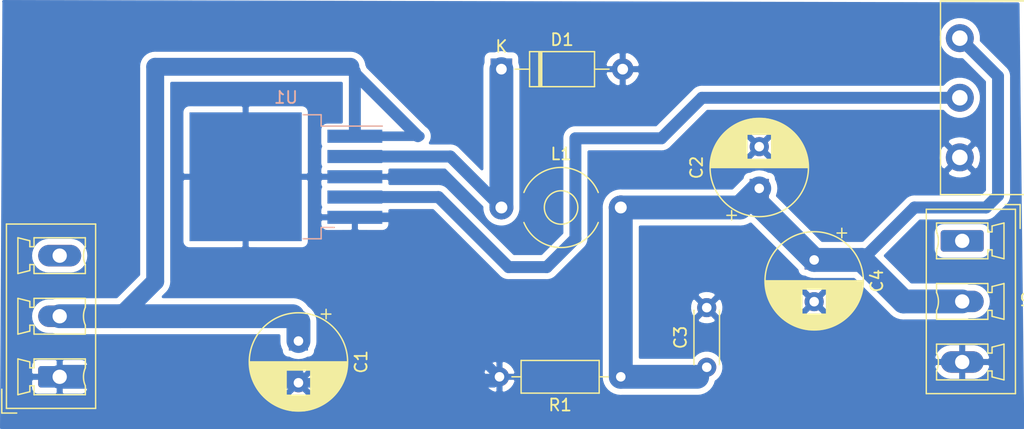
<source format=kicad_pcb>
(kicad_pcb (version 20171130) (host pcbnew 5.1.4-e60b266~84~ubuntu16.04.1)

  (general
    (thickness 1.6)
    (drawings 0)
    (tracks 44)
    (zones 0)
    (modules 11)
    (nets 6)
  )

  (page A4)
  (layers
    (0 F.Cu signal hide)
    (31 B.Cu signal)
    (32 B.Adhes user)
    (33 F.Adhes user)
    (34 B.Paste user)
    (35 F.Paste user)
    (36 B.SilkS user)
    (37 F.SilkS user)
    (38 B.Mask user)
    (39 F.Mask user)
    (40 Dwgs.User user)
    (41 Cmts.User user)
    (42 Eco1.User user)
    (43 Eco2.User user)
    (44 Edge.Cuts user)
    (45 Margin user)
    (46 B.CrtYd user)
    (47 F.CrtYd user)
    (48 B.Fab user)
    (49 F.Fab user)
  )

  (setup
    (last_trace_width 1)
    (trace_clearance 0.5)
    (zone_clearance 0.508)
    (zone_45_only no)
    (trace_min 0.2)
    (via_size 0.8)
    (via_drill 0.4)
    (via_min_size 0.4)
    (via_min_drill 0.3)
    (uvia_size 0.3)
    (uvia_drill 0.1)
    (uvias_allowed no)
    (uvia_min_size 0.2)
    (uvia_min_drill 0.1)
    (edge_width 0.05)
    (segment_width 0.2)
    (pcb_text_width 0.3)
    (pcb_text_size 1.5 1.5)
    (mod_edge_width 0.12)
    (mod_text_size 1 1)
    (mod_text_width 0.15)
    (pad_size 1.524 1.524)
    (pad_drill 0.762)
    (pad_to_mask_clearance 0.051)
    (solder_mask_min_width 0.25)
    (aux_axis_origin 0 0)
    (visible_elements FFFFFF7F)
    (pcbplotparams
      (layerselection 0x010fc_ffffffff)
      (usegerberextensions false)
      (usegerberattributes false)
      (usegerberadvancedattributes false)
      (creategerberjobfile false)
      (excludeedgelayer true)
      (linewidth 0.500000)
      (plotframeref false)
      (viasonmask false)
      (mode 1)
      (useauxorigin false)
      (hpglpennumber 1)
      (hpglpenspeed 20)
      (hpglpendiameter 15.000000)
      (psnegative false)
      (psa4output false)
      (plotreference true)
      (plotvalue true)
      (plotinvisibletext false)
      (padsonsilk false)
      (subtractmaskfromsilk false)
      (outputformat 1)
      (mirror false)
      (drillshape 1)
      (scaleselection 1)
      (outputdirectory ""))
  )

  (net 0 "")
  (net 1 GND)
  (net 2 v24)
  (net 3 "Net-(C2-Pad1)")
  (net 4 "Net-(D1-Pad1)")
  (net 5 "Net-(RV1-Pad2)")

  (net_class Default "This is the default net class."
    (clearance 0.5)
    (trace_width 1)
    (via_dia 0.8)
    (via_drill 0.4)
    (uvia_dia 0.3)
    (uvia_drill 0.1)
    (add_net GND)
    (add_net "Net-(C2-Pad1)")
    (add_net "Net-(D1-Pad1)")
    (add_net "Net-(RV1-Pad2)")
    (add_net v24)
  )

  (module Package_TO_SOT_SMD:TO-263-5_TabPin3 (layer B.Cu) (tedit 5A70FBB6) (tstamp 5D8CBED4)
    (at 61.95 51.225 180)
    (descr "TO-263 / D2PAK / DDPAK SMD package, http://www.infineon.com/cms/en/product/packages/PG-TO263/PG-TO263-5-1/")
    (tags "D2PAK DDPAK TO-263 D2PAK-5 TO-263-5 SOT-426")
    (path /5DA2FC6C)
    (attr smd)
    (fp_text reference U1 (at 0 6.65) (layer B.SilkS)
      (effects (font (size 1 1) (thickness 0.15)) (justify mirror))
    )
    (fp_text value LM2596S-ADJ (at 0 -6.65) (layer B.Fab)
      (effects (font (size 1 1) (thickness 0.15)) (justify mirror))
    )
    (fp_text user %R (at 0 0) (layer B.Fab)
      (effects (font (size 1 1) (thickness 0.15)) (justify mirror))
    )
    (fp_line (start 8.32 5.65) (end -8.32 5.65) (layer B.CrtYd) (width 0.05))
    (fp_line (start 8.32 -5.65) (end 8.32 5.65) (layer B.CrtYd) (width 0.05))
    (fp_line (start -8.32 -5.65) (end 8.32 -5.65) (layer B.CrtYd) (width 0.05))
    (fp_line (start -8.32 5.65) (end -8.32 -5.65) (layer B.CrtYd) (width 0.05))
    (fp_line (start -2.95 -4.25) (end -4.05 -4.25) (layer B.SilkS) (width 0.12))
    (fp_line (start -2.95 -5.2) (end -2.95 -4.25) (layer B.SilkS) (width 0.12))
    (fp_line (start -1.45 -5.2) (end -2.95 -5.2) (layer B.SilkS) (width 0.12))
    (fp_line (start -2.95 4.25) (end -8.075 4.25) (layer B.SilkS) (width 0.12))
    (fp_line (start -2.95 5.2) (end -2.95 4.25) (layer B.SilkS) (width 0.12))
    (fp_line (start -1.45 5.2) (end -2.95 5.2) (layer B.SilkS) (width 0.12))
    (fp_line (start -7.45 -3.8) (end -2.75 -3.8) (layer B.Fab) (width 0.1))
    (fp_line (start -7.45 -3) (end -7.45 -3.8) (layer B.Fab) (width 0.1))
    (fp_line (start -2.75 -3) (end -7.45 -3) (layer B.Fab) (width 0.1))
    (fp_line (start -7.45 -2.1) (end -2.75 -2.1) (layer B.Fab) (width 0.1))
    (fp_line (start -7.45 -1.3) (end -7.45 -2.1) (layer B.Fab) (width 0.1))
    (fp_line (start -2.75 -1.3) (end -7.45 -1.3) (layer B.Fab) (width 0.1))
    (fp_line (start -7.45 -0.4) (end -2.75 -0.4) (layer B.Fab) (width 0.1))
    (fp_line (start -7.45 0.4) (end -7.45 -0.4) (layer B.Fab) (width 0.1))
    (fp_line (start -2.75 0.4) (end -7.45 0.4) (layer B.Fab) (width 0.1))
    (fp_line (start -7.45 1.3) (end -2.75 1.3) (layer B.Fab) (width 0.1))
    (fp_line (start -7.45 2.1) (end -7.45 1.3) (layer B.Fab) (width 0.1))
    (fp_line (start -2.75 2.1) (end -7.45 2.1) (layer B.Fab) (width 0.1))
    (fp_line (start -7.45 3) (end -2.75 3) (layer B.Fab) (width 0.1))
    (fp_line (start -7.45 3.8) (end -7.45 3) (layer B.Fab) (width 0.1))
    (fp_line (start -2.75 3.8) (end -7.45 3.8) (layer B.Fab) (width 0.1))
    (fp_line (start -1.75 5) (end 6.5 5) (layer B.Fab) (width 0.1))
    (fp_line (start -2.75 4) (end -1.75 5) (layer B.Fab) (width 0.1))
    (fp_line (start -2.75 -5) (end -2.75 4) (layer B.Fab) (width 0.1))
    (fp_line (start 6.5 -5) (end -2.75 -5) (layer B.Fab) (width 0.1))
    (fp_line (start 6.5 5) (end 6.5 -5) (layer B.Fab) (width 0.1))
    (fp_line (start 7.5 -5) (end 6.5 -5) (layer B.Fab) (width 0.1))
    (fp_line (start 7.5 5) (end 7.5 -5) (layer B.Fab) (width 0.1))
    (fp_line (start 6.5 5) (end 7.5 5) (layer B.Fab) (width 0.1))
    (pad "" smd rect (at 0.95 -2.775 180) (size 4.55 5.25) (layers B.Paste))
    (pad "" smd rect (at 5.8 2.775 180) (size 4.55 5.25) (layers B.Paste))
    (pad "" smd rect (at 0.95 2.775 180) (size 4.55 5.25) (layers B.Paste))
    (pad "" smd rect (at 5.8 -2.775 180) (size 4.55 5.25) (layers B.Paste))
    (pad 3 smd rect (at 3.375 0 180) (size 9.4 10.8) (layers B.Cu B.Mask)
      (net 1 GND))
    (pad 5 smd rect (at -5.775 -3.4 180) (size 4.6 1.1) (layers B.Cu B.Paste B.Mask)
      (net 1 GND))
    (pad 4 smd rect (at -5.775 -1.7 180) (size 4.6 1.1) (layers B.Cu B.Paste B.Mask)
      (net 5 "Net-(RV1-Pad2)"))
    (pad 3 smd rect (at -5.775 0 180) (size 4.6 1.1) (layers B.Cu B.Paste B.Mask)
      (net 1 GND))
    (pad 2 smd rect (at -5.775 1.7 180) (size 4.6 1.1) (layers B.Cu B.Paste B.Mask)
      (net 4 "Net-(D1-Pad1)"))
    (pad 1 smd rect (at -5.775 3.4 180) (size 4.6 1.1) (layers B.Cu B.Paste B.Mask)
      (net 2 v24))
    (model ${KISYS3DMOD}/Package_TO_SOT_SMD.3dshapes/TO-263-5_TabPin3.wrl
      (at (xyz 0 0 0))
      (scale (xyz 1 1 1))
      (rotate (xyz 0 0 0))
    )
  )

  (module Potentiometer_THT:Potentiometer_Piher_PC-16_Single_Horizontal (layer F.Cu) (tedit 5A3D4993) (tstamp 5D8CBEA4)
    (at 118.4 49.6)
    (descr "Potentiometer, horizontal, Piher PC-16 Single, http://www.piher-nacesa.com/pdf/20-PC16v03.pdf")
    (tags "Potentiometer horizontal Piher PC-16 Single")
    (path /5DA5949F)
    (fp_text reference RV1 (at 0 -14.25) (layer F.SilkS)
      (effects (font (size 1 1) (thickness 0.15)))
    )
    (fp_text value R_POT (at 0 4.25) (layer F.Fab)
      (effects (font (size 1 1) (thickness 0.15)))
    )
    (fp_text user %R (at 2.5 -5) (layer F.Fab)
      (effects (font (size 1 1) (thickness 0.15)))
    )
    (fp_line (start 31.75 -13.25) (end -1.75 -13.25) (layer F.CrtYd) (width 0.05))
    (fp_line (start 31.75 3.25) (end 31.75 -13.25) (layer F.CrtYd) (width 0.05))
    (fp_line (start -1.75 3.25) (end 31.75 3.25) (layer F.CrtYd) (width 0.05))
    (fp_line (start -1.75 -13.25) (end -1.75 3.25) (layer F.CrtYd) (width 0.05))
    (fp_line (start 31.62 -8.12) (end 31.62 -1.879) (layer F.SilkS) (width 0.12))
    (fp_line (start 15.62 -8.12) (end 15.62 -1.879) (layer F.SilkS) (width 0.12))
    (fp_line (start 15.62 -1.879) (end 31.62 -1.879) (layer F.SilkS) (width 0.12))
    (fp_line (start 15.62 -8.12) (end 31.62 -8.12) (layer F.SilkS) (width 0.12))
    (fp_line (start 15.62 -10.12) (end 15.62 0.12) (layer F.SilkS) (width 0.12))
    (fp_line (start 6.62 -10.12) (end 6.62 0.12) (layer F.SilkS) (width 0.12))
    (fp_line (start 6.62 0.12) (end 15.62 0.12) (layer F.SilkS) (width 0.12))
    (fp_line (start 6.62 -10.12) (end 15.62 -10.12) (layer F.SilkS) (width 0.12))
    (fp_line (start 6.62 -13.12) (end 6.62 3.12) (layer F.SilkS) (width 0.12))
    (fp_line (start -1.62 -13.12) (end -1.62 3.12) (layer F.SilkS) (width 0.12))
    (fp_line (start -1.62 3.12) (end 6.62 3.12) (layer F.SilkS) (width 0.12))
    (fp_line (start -1.62 -13.12) (end 6.62 -13.12) (layer F.SilkS) (width 0.12))
    (fp_line (start 31.5 -8) (end 15.5 -8) (layer F.Fab) (width 0.1))
    (fp_line (start 31.5 -2) (end 31.5 -8) (layer F.Fab) (width 0.1))
    (fp_line (start 15.5 -2) (end 31.5 -2) (layer F.Fab) (width 0.1))
    (fp_line (start 15.5 -8) (end 15.5 -2) (layer F.Fab) (width 0.1))
    (fp_line (start 15.5 -10) (end 6.5 -10) (layer F.Fab) (width 0.1))
    (fp_line (start 15.5 0) (end 15.5 -10) (layer F.Fab) (width 0.1))
    (fp_line (start 6.5 0) (end 15.5 0) (layer F.Fab) (width 0.1))
    (fp_line (start 6.5 -10) (end 6.5 0) (layer F.Fab) (width 0.1))
    (fp_line (start 6.5 -13) (end -1.5 -13) (layer F.Fab) (width 0.1))
    (fp_line (start 6.5 3) (end 6.5 -13) (layer F.Fab) (width 0.1))
    (fp_line (start -1.5 3) (end 6.5 3) (layer F.Fab) (width 0.1))
    (fp_line (start -1.5 -13) (end -1.5 3) (layer F.Fab) (width 0.1))
    (pad 1 thru_hole circle (at 0 0) (size 2.34 2.34) (drill 1.3) (layers *.Cu *.Mask)
      (net 1 GND))
    (pad 2 thru_hole circle (at 0 -5) (size 2.34 2.34) (drill 1.3) (layers *.Cu *.Mask)
      (net 5 "Net-(RV1-Pad2)"))
    (pad 3 thru_hole circle (at 0 -10) (size 2.34 2.34) (drill 1.3) (layers *.Cu *.Mask)
      (net 3 "Net-(C2-Pad1)"))
    (model ${KISYS3DMOD}/Potentiometer_THT.3dshapes/Potentiometer_Piher_PC-16_Single_Horizontal.wrl
      (at (xyz 0 0 0))
      (scale (xyz 1 1 1))
      (rotate (xyz 0 0 0))
    )
  )

  (module Resistor_THT:R_Axial_DIN0207_L6.3mm_D2.5mm_P10.16mm_Horizontal (layer F.Cu) (tedit 5AE5139B) (tstamp 5D8CBE80)
    (at 90 68 180)
    (descr "Resistor, Axial_DIN0207 series, Axial, Horizontal, pin pitch=10.16mm, 0.25W = 1/4W, length*diameter=6.3*2.5mm^2, http://cdn-reichelt.de/documents/datenblatt/B400/1_4W%23YAG.pdf")
    (tags "Resistor Axial_DIN0207 series Axial Horizontal pin pitch 10.16mm 0.25W = 1/4W length 6.3mm diameter 2.5mm")
    (path /5D965230)
    (fp_text reference R1 (at 5.08 -2.37) (layer F.SilkS)
      (effects (font (size 1 1) (thickness 0.15)))
    )
    (fp_text value 10K (at 5.08 2.37) (layer F.Fab)
      (effects (font (size 1 1) (thickness 0.15)))
    )
    (fp_text user %R (at 5.08 0) (layer F.Fab)
      (effects (font (size 1 1) (thickness 0.15)))
    )
    (fp_line (start 11.21 -1.5) (end -1.05 -1.5) (layer F.CrtYd) (width 0.05))
    (fp_line (start 11.21 1.5) (end 11.21 -1.5) (layer F.CrtYd) (width 0.05))
    (fp_line (start -1.05 1.5) (end 11.21 1.5) (layer F.CrtYd) (width 0.05))
    (fp_line (start -1.05 -1.5) (end -1.05 1.5) (layer F.CrtYd) (width 0.05))
    (fp_line (start 9.12 0) (end 8.35 0) (layer F.SilkS) (width 0.12))
    (fp_line (start 1.04 0) (end 1.81 0) (layer F.SilkS) (width 0.12))
    (fp_line (start 8.35 -1.37) (end 1.81 -1.37) (layer F.SilkS) (width 0.12))
    (fp_line (start 8.35 1.37) (end 8.35 -1.37) (layer F.SilkS) (width 0.12))
    (fp_line (start 1.81 1.37) (end 8.35 1.37) (layer F.SilkS) (width 0.12))
    (fp_line (start 1.81 -1.37) (end 1.81 1.37) (layer F.SilkS) (width 0.12))
    (fp_line (start 10.16 0) (end 8.23 0) (layer F.Fab) (width 0.1))
    (fp_line (start 0 0) (end 1.93 0) (layer F.Fab) (width 0.1))
    (fp_line (start 8.23 -1.25) (end 1.93 -1.25) (layer F.Fab) (width 0.1))
    (fp_line (start 8.23 1.25) (end 8.23 -1.25) (layer F.Fab) (width 0.1))
    (fp_line (start 1.93 1.25) (end 8.23 1.25) (layer F.Fab) (width 0.1))
    (fp_line (start 1.93 -1.25) (end 1.93 1.25) (layer F.Fab) (width 0.1))
    (pad 2 thru_hole oval (at 10.16 0 180) (size 1.6 1.6) (drill 0.8) (layers *.Cu *.Mask)
      (net 1 GND))
    (pad 1 thru_hole circle (at 0 0 180) (size 1.6 1.6) (drill 0.8) (layers *.Cu *.Mask)
      (net 3 "Net-(C2-Pad1)"))
    (model ${KISYS3DMOD}/Resistor_THT.3dshapes/R_Axial_DIN0207_L6.3mm_D2.5mm_P10.16mm_Horizontal.wrl
      (at (xyz 0 0 0))
      (scale (xyz 1 1 1))
      (rotate (xyz 0 0 0))
    )
  )

  (module Inductor_THT:L_Toroid_Horizontal_D6.5mm_P10.00mm_Diameter7-5mm_Amidon-T25 (layer F.Cu) (tedit 5AE59B06) (tstamp 5D8CDA32)
    (at 80 53.8)
    (descr "L_Toroid, Horizontal series, Radial, pin pitch=10.00mm, , diameter=6.476999999999999mm, Diameter7-5mm, Amidon-T25")
    (tags "L_Toroid Horizontal series Radial pin pitch 10.00mm  diameter 6.476999999999999mm Diameter7-5mm Amidon-T25")
    (path /5DA412EC)
    (fp_text reference L1 (at 5 -4.4885) (layer F.SilkS)
      (effects (font (size 1 1) (thickness 0.15)))
    )
    (fp_text value INDUCTOR (at 5 4.4885) (layer F.Fab)
      (effects (font (size 1 1) (thickness 0.15)))
    )
    (fp_text user %R (at 5 0) (layer F.Fab)
      (effects (font (size 1 1) (thickness 0.15)))
    )
    (fp_line (start 11.25 -3.49) (end -1.25 -3.49) (layer F.CrtYd) (width 0.05))
    (fp_line (start 11.25 3.49) (end 11.25 -3.49) (layer F.CrtYd) (width 0.05))
    (fp_line (start -1.25 3.49) (end 11.25 3.49) (layer F.CrtYd) (width 0.05))
    (fp_line (start -1.25 -3.49) (end -1.25 3.49) (layer F.CrtYd) (width 0.05))
    (fp_line (start 8.29133 -0.00061) (end 6.383355 0.370383) (layer F.Fab) (width 0.1))
    (fp_line (start 7.850096 -1.646149) (end 6.383217 -0.370895) (layer F.Fab) (width 0.1))
    (fp_line (start 6.645225 -2.850629) (end 6.012469 -1.012798) (layer F.Fab) (width 0.1))
    (fp_line (start 4.999543 -3.29133) (end 5.370447 -1.383337) (layer F.Fab) (width 0.1))
    (fp_line (start 3.353983 -2.850172) (end 4.629169 -1.383234) (layer F.Fab) (width 0.1))
    (fp_line (start 2.149447 -1.645357) (end 3.987249 -1.012516) (layer F.Fab) (width 0.1))
    (fp_line (start 1.70867 0.000305) (end 3.61668 -0.370511) (layer F.Fab) (width 0.1))
    (fp_line (start 2.149752 1.645885) (end 3.616748 0.370767) (layer F.Fab) (width 0.1))
    (fp_line (start 3.354511 2.850477) (end 3.987437 1.012704) (layer F.Fab) (width 0.1))
    (fp_line (start 5.000152 3.29133) (end 4.629425 1.383303) (layer F.Fab) (width 0.1))
    (fp_line (start 6.645753 2.850325) (end 5.370703 1.383269) (layer F.Fab) (width 0.1))
    (fp_line (start 7.850401 1.645621) (end 6.012657 1.01261) (layer F.Fab) (width 0.1))
    (fp_line (start 8.29133 0) (end 6.383286 0.370639) (layer F.Fab) (width 0.1))
    (fp_circle (center 5 0) (end 6.404 0) (layer F.SilkS) (width 0.12))
    (fp_circle (center 5 0) (end 6.524 0) (layer F.Fab) (width 0.1))
    (fp_circle (center 5 0) (end 8.2385 0) (layer F.Fab) (width 0.1))
    (fp_arc (start 5 0) (end 1.886815 1.26) (angle -135.93067) (layer F.SilkS) (width 0.12))
    (fp_arc (start 5 0) (end 1.886815 -1.26) (angle 135.93067) (layer F.SilkS) (width 0.12))
    (pad 2 thru_hole circle (at 10 0) (size 2 2) (drill 1) (layers *.Cu *.Mask)
      (net 3 "Net-(C2-Pad1)"))
    (pad 1 thru_hole circle (at 0 0) (size 2 2) (drill 1) (layers *.Cu *.Mask)
      (net 4 "Net-(D1-Pad1)"))
    (model ${KISYS3DMOD}/Inductor_THT.3dshapes/L_Toroid_Horizontal_D6.5mm_P10.00mm_Diameter7-5mm_Amidon-T25.wrl
      (at (xyz 0 0 0))
      (scale (xyz 1 1 1))
      (rotate (xyz 0 0 0))
    )
  )

  (module Connector_Phoenix_MC_HighVoltage:PhoenixContact_MCV_1,5_3-G-5.08_1x03_P5.08mm_Vertical (layer F.Cu) (tedit 5B784ED3) (tstamp 5D8CBE4C)
    (at 118.6 56.6 270)
    (descr "Generic Phoenix Contact connector footprint for: MCV_1,5/3-G-5.08; number of pins: 03; pin pitch: 5.08mm; Vertical || order number: 1836309 8A 320V")
    (tags "phoenix_contact connector MCV_01x03_G_5.08mm")
    (path /5DA73191)
    (fp_text reference J2 (at 5.08 -5.55 90) (layer F.SilkS)
      (effects (font (size 1 1) (thickness 0.15)))
    )
    (fp_text value ADJ_OUTPUT (at 5.08 4.1 90) (layer F.Fab)
      (effects (font (size 1 1) (thickness 0.15)))
    )
    (fp_text user %R (at 5.08 -3.65 90) (layer F.Fab)
      (effects (font (size 1 1) (thickness 0.15)))
    )
    (fp_line (start -3.04 -4.85) (end -1.04 -4.85) (layer F.Fab) (width 0.1))
    (fp_line (start -3.04 -3.6) (end -3.04 -4.85) (layer F.Fab) (width 0.1))
    (fp_line (start -3.04 -4.85) (end -1.04 -4.85) (layer F.SilkS) (width 0.12))
    (fp_line (start -3.04 -3.6) (end -3.04 -4.85) (layer F.SilkS) (width 0.12))
    (fp_line (start 13.2 -4.85) (end -3.04 -4.85) (layer F.CrtYd) (width 0.05))
    (fp_line (start 13.2 3.4) (end 13.2 -4.85) (layer F.CrtYd) (width 0.05))
    (fp_line (start -3.04 3.4) (end 13.2 3.4) (layer F.CrtYd) (width 0.05))
    (fp_line (start -3.04 -4.85) (end -3.04 3.4) (layer F.CrtYd) (width 0.05))
    (fp_line (start 11.66 2.15) (end 10.91 2.15) (layer F.SilkS) (width 0.12))
    (fp_line (start 11.66 -2.15) (end 11.66 2.15) (layer F.SilkS) (width 0.12))
    (fp_line (start 10.91 -2.15) (end 11.66 -2.15) (layer F.SilkS) (width 0.12))
    (fp_line (start 10.91 -2.5) (end 10.91 -2.15) (layer F.SilkS) (width 0.12))
    (fp_line (start 11.41 -2.5) (end 10.91 -2.5) (layer F.SilkS) (width 0.12))
    (fp_line (start 11.66 -3.5) (end 11.41 -2.5) (layer F.SilkS) (width 0.12))
    (fp_line (start 8.66 -3.5) (end 11.66 -3.5) (layer F.SilkS) (width 0.12))
    (fp_line (start 8.91 -2.5) (end 8.66 -3.5) (layer F.SilkS) (width 0.12))
    (fp_line (start 9.41 -2.5) (end 8.91 -2.5) (layer F.SilkS) (width 0.12))
    (fp_line (start 9.41 -2.15) (end 9.41 -2.5) (layer F.SilkS) (width 0.12))
    (fp_line (start 8.66 -2.15) (end 9.41 -2.15) (layer F.SilkS) (width 0.12))
    (fp_line (start 8.66 2.15) (end 8.66 -2.15) (layer F.SilkS) (width 0.12))
    (fp_line (start 9.41 2.15) (end 8.66 2.15) (layer F.SilkS) (width 0.12))
    (fp_line (start 6.58 2.15) (end 5.83 2.15) (layer F.SilkS) (width 0.12))
    (fp_line (start 6.58 -2.15) (end 6.58 2.15) (layer F.SilkS) (width 0.12))
    (fp_line (start 5.83 -2.15) (end 6.58 -2.15) (layer F.SilkS) (width 0.12))
    (fp_line (start 5.83 -2.5) (end 5.83 -2.15) (layer F.SilkS) (width 0.12))
    (fp_line (start 6.33 -2.5) (end 5.83 -2.5) (layer F.SilkS) (width 0.12))
    (fp_line (start 6.58 -3.5) (end 6.33 -2.5) (layer F.SilkS) (width 0.12))
    (fp_line (start 3.58 -3.5) (end 6.58 -3.5) (layer F.SilkS) (width 0.12))
    (fp_line (start 3.83 -2.5) (end 3.58 -3.5) (layer F.SilkS) (width 0.12))
    (fp_line (start 4.33 -2.5) (end 3.83 -2.5) (layer F.SilkS) (width 0.12))
    (fp_line (start 4.33 -2.15) (end 4.33 -2.5) (layer F.SilkS) (width 0.12))
    (fp_line (start 3.58 -2.15) (end 4.33 -2.15) (layer F.SilkS) (width 0.12))
    (fp_line (start 3.58 2.15) (end 3.58 -2.15) (layer F.SilkS) (width 0.12))
    (fp_line (start 4.33 2.15) (end 3.58 2.15) (layer F.SilkS) (width 0.12))
    (fp_line (start 1.5 2.15) (end 0.75 2.15) (layer F.SilkS) (width 0.12))
    (fp_line (start 1.5 -2.15) (end 1.5 2.15) (layer F.SilkS) (width 0.12))
    (fp_line (start 0.75 -2.15) (end 1.5 -2.15) (layer F.SilkS) (width 0.12))
    (fp_line (start 0.75 -2.5) (end 0.75 -2.15) (layer F.SilkS) (width 0.12))
    (fp_line (start 1.25 -2.5) (end 0.75 -2.5) (layer F.SilkS) (width 0.12))
    (fp_line (start 1.5 -3.5) (end 1.25 -2.5) (layer F.SilkS) (width 0.12))
    (fp_line (start -1.5 -3.5) (end 1.5 -3.5) (layer F.SilkS) (width 0.12))
    (fp_line (start -1.25 -2.5) (end -1.5 -3.5) (layer F.SilkS) (width 0.12))
    (fp_line (start -0.75 -2.5) (end -1.25 -2.5) (layer F.SilkS) (width 0.12))
    (fp_line (start -0.75 -2.15) (end -0.75 -2.5) (layer F.SilkS) (width 0.12))
    (fp_line (start -1.5 -2.15) (end -0.75 -2.15) (layer F.SilkS) (width 0.12))
    (fp_line (start -1.5 2.15) (end -1.5 -2.15) (layer F.SilkS) (width 0.12))
    (fp_line (start -0.75 2.15) (end -1.5 2.15) (layer F.SilkS) (width 0.12))
    (fp_line (start 12.7 -4.35) (end -2.54 -4.35) (layer F.Fab) (width 0.1))
    (fp_line (start 12.7 2.9) (end 12.7 -4.35) (layer F.Fab) (width 0.1))
    (fp_line (start -2.54 2.9) (end 12.7 2.9) (layer F.Fab) (width 0.1))
    (fp_line (start -2.54 -4.35) (end -2.54 2.9) (layer F.Fab) (width 0.1))
    (fp_line (start 12.81 -4.46) (end -2.65 -4.46) (layer F.SilkS) (width 0.12))
    (fp_line (start 12.81 3.01) (end 12.81 -4.46) (layer F.SilkS) (width 0.12))
    (fp_line (start -2.65 3.01) (end 12.81 3.01) (layer F.SilkS) (width 0.12))
    (fp_line (start -2.65 -4.46) (end -2.65 3.01) (layer F.SilkS) (width 0.12))
    (fp_arc (start 10.16 3.85) (end 9.41 2.15) (angle 47.6) (layer F.SilkS) (width 0.12))
    (fp_arc (start 5.08 3.85) (end 4.33 2.15) (angle 47.6) (layer F.SilkS) (width 0.12))
    (fp_arc (start 0 3.85) (end -0.75 2.15) (angle 47.6) (layer F.SilkS) (width 0.12))
    (pad 3 thru_hole oval (at 10.16 0 270) (size 1.8 3.6) (drill 1.2) (layers *.Cu *.Mask)
      (net 1 GND))
    (pad 2 thru_hole oval (at 5.08 0 270) (size 1.8 3.6) (drill 1.2) (layers *.Cu *.Mask)
      (net 3 "Net-(C2-Pad1)"))
    (pad 1 thru_hole roundrect (at 0 0 270) (size 1.8 3.6) (drill 1.2) (layers *.Cu *.Mask) (roundrect_rratio 0.138889))
    (model ${KISYS3DMOD}/Connector_Phoenix_MC_HighVoltage.3dshapes/PhoenixContact_MCV_1,5_3-G-5.08_1x03_P5.08mm_Vertical.wrl
      (at (xyz 0 0 0))
      (scale (xyz 1 1 1))
      (rotate (xyz 0 0 0))
    )
  )

  (module Connector_Phoenix_MC_HighVoltage:PhoenixContact_MCV_1,5_3-G-5.08_1x03_P5.08mm_Vertical (layer F.Cu) (tedit 5B784ED3) (tstamp 5D8CBE0A)
    (at 43 68 90)
    (descr "Generic Phoenix Contact connector footprint for: MCV_1,5/3-G-5.08; number of pins: 03; pin pitch: 5.08mm; Vertical || order number: 1836309 8A 320V")
    (tags "phoenix_contact connector MCV_01x03_G_5.08mm")
    (path /5D92CD80)
    (fp_text reference J1 (at 5.08 -5.55 90) (layer F.SilkS)
      (effects (font (size 1 1) (thickness 0.15)))
    )
    (fp_text value 24v-INPUT (at 5.08 4.1 90) (layer F.Fab)
      (effects (font (size 1 1) (thickness 0.15)))
    )
    (fp_text user %R (at 5.08 -3.65 90) (layer F.Fab)
      (effects (font (size 1 1) (thickness 0.15)))
    )
    (fp_line (start -3.04 -4.85) (end -1.04 -4.85) (layer F.Fab) (width 0.1))
    (fp_line (start -3.04 -3.6) (end -3.04 -4.85) (layer F.Fab) (width 0.1))
    (fp_line (start -3.04 -4.85) (end -1.04 -4.85) (layer F.SilkS) (width 0.12))
    (fp_line (start -3.04 -3.6) (end -3.04 -4.85) (layer F.SilkS) (width 0.12))
    (fp_line (start 13.2 -4.85) (end -3.04 -4.85) (layer F.CrtYd) (width 0.05))
    (fp_line (start 13.2 3.4) (end 13.2 -4.85) (layer F.CrtYd) (width 0.05))
    (fp_line (start -3.04 3.4) (end 13.2 3.4) (layer F.CrtYd) (width 0.05))
    (fp_line (start -3.04 -4.85) (end -3.04 3.4) (layer F.CrtYd) (width 0.05))
    (fp_line (start 11.66 2.15) (end 10.91 2.15) (layer F.SilkS) (width 0.12))
    (fp_line (start 11.66 -2.15) (end 11.66 2.15) (layer F.SilkS) (width 0.12))
    (fp_line (start 10.91 -2.15) (end 11.66 -2.15) (layer F.SilkS) (width 0.12))
    (fp_line (start 10.91 -2.5) (end 10.91 -2.15) (layer F.SilkS) (width 0.12))
    (fp_line (start 11.41 -2.5) (end 10.91 -2.5) (layer F.SilkS) (width 0.12))
    (fp_line (start 11.66 -3.5) (end 11.41 -2.5) (layer F.SilkS) (width 0.12))
    (fp_line (start 8.66 -3.5) (end 11.66 -3.5) (layer F.SilkS) (width 0.12))
    (fp_line (start 8.91 -2.5) (end 8.66 -3.5) (layer F.SilkS) (width 0.12))
    (fp_line (start 9.41 -2.5) (end 8.91 -2.5) (layer F.SilkS) (width 0.12))
    (fp_line (start 9.41 -2.15) (end 9.41 -2.5) (layer F.SilkS) (width 0.12))
    (fp_line (start 8.66 -2.15) (end 9.41 -2.15) (layer F.SilkS) (width 0.12))
    (fp_line (start 8.66 2.15) (end 8.66 -2.15) (layer F.SilkS) (width 0.12))
    (fp_line (start 9.41 2.15) (end 8.66 2.15) (layer F.SilkS) (width 0.12))
    (fp_line (start 6.58 2.15) (end 5.83 2.15) (layer F.SilkS) (width 0.12))
    (fp_line (start 6.58 -2.15) (end 6.58 2.15) (layer F.SilkS) (width 0.12))
    (fp_line (start 5.83 -2.15) (end 6.58 -2.15) (layer F.SilkS) (width 0.12))
    (fp_line (start 5.83 -2.5) (end 5.83 -2.15) (layer F.SilkS) (width 0.12))
    (fp_line (start 6.33 -2.5) (end 5.83 -2.5) (layer F.SilkS) (width 0.12))
    (fp_line (start 6.58 -3.5) (end 6.33 -2.5) (layer F.SilkS) (width 0.12))
    (fp_line (start 3.58 -3.5) (end 6.58 -3.5) (layer F.SilkS) (width 0.12))
    (fp_line (start 3.83 -2.5) (end 3.58 -3.5) (layer F.SilkS) (width 0.12))
    (fp_line (start 4.33 -2.5) (end 3.83 -2.5) (layer F.SilkS) (width 0.12))
    (fp_line (start 4.33 -2.15) (end 4.33 -2.5) (layer F.SilkS) (width 0.12))
    (fp_line (start 3.58 -2.15) (end 4.33 -2.15) (layer F.SilkS) (width 0.12))
    (fp_line (start 3.58 2.15) (end 3.58 -2.15) (layer F.SilkS) (width 0.12))
    (fp_line (start 4.33 2.15) (end 3.58 2.15) (layer F.SilkS) (width 0.12))
    (fp_line (start 1.5 2.15) (end 0.75 2.15) (layer F.SilkS) (width 0.12))
    (fp_line (start 1.5 -2.15) (end 1.5 2.15) (layer F.SilkS) (width 0.12))
    (fp_line (start 0.75 -2.15) (end 1.5 -2.15) (layer F.SilkS) (width 0.12))
    (fp_line (start 0.75 -2.5) (end 0.75 -2.15) (layer F.SilkS) (width 0.12))
    (fp_line (start 1.25 -2.5) (end 0.75 -2.5) (layer F.SilkS) (width 0.12))
    (fp_line (start 1.5 -3.5) (end 1.25 -2.5) (layer F.SilkS) (width 0.12))
    (fp_line (start -1.5 -3.5) (end 1.5 -3.5) (layer F.SilkS) (width 0.12))
    (fp_line (start -1.25 -2.5) (end -1.5 -3.5) (layer F.SilkS) (width 0.12))
    (fp_line (start -0.75 -2.5) (end -1.25 -2.5) (layer F.SilkS) (width 0.12))
    (fp_line (start -0.75 -2.15) (end -0.75 -2.5) (layer F.SilkS) (width 0.12))
    (fp_line (start -1.5 -2.15) (end -0.75 -2.15) (layer F.SilkS) (width 0.12))
    (fp_line (start -1.5 2.15) (end -1.5 -2.15) (layer F.SilkS) (width 0.12))
    (fp_line (start -0.75 2.15) (end -1.5 2.15) (layer F.SilkS) (width 0.12))
    (fp_line (start 12.7 -4.35) (end -2.54 -4.35) (layer F.Fab) (width 0.1))
    (fp_line (start 12.7 2.9) (end 12.7 -4.35) (layer F.Fab) (width 0.1))
    (fp_line (start -2.54 2.9) (end 12.7 2.9) (layer F.Fab) (width 0.1))
    (fp_line (start -2.54 -4.35) (end -2.54 2.9) (layer F.Fab) (width 0.1))
    (fp_line (start 12.81 -4.46) (end -2.65 -4.46) (layer F.SilkS) (width 0.12))
    (fp_line (start 12.81 3.01) (end 12.81 -4.46) (layer F.SilkS) (width 0.12))
    (fp_line (start -2.65 3.01) (end 12.81 3.01) (layer F.SilkS) (width 0.12))
    (fp_line (start -2.65 -4.46) (end -2.65 3.01) (layer F.SilkS) (width 0.12))
    (fp_arc (start 10.16 3.85) (end 9.41 2.15) (angle 47.6) (layer F.SilkS) (width 0.12))
    (fp_arc (start 5.08 3.85) (end 4.33 2.15) (angle 47.6) (layer F.SilkS) (width 0.12))
    (fp_arc (start 0 3.85) (end -0.75 2.15) (angle 47.6) (layer F.SilkS) (width 0.12))
    (pad 3 thru_hole oval (at 10.16 0 90) (size 1.8 3.6) (drill 1.2) (layers *.Cu *.Mask))
    (pad 2 thru_hole oval (at 5.08 0 90) (size 1.8 3.6) (drill 1.2) (layers *.Cu *.Mask)
      (net 2 v24))
    (pad 1 thru_hole roundrect (at 0 0 90) (size 1.8 3.6) (drill 1.2) (layers *.Cu *.Mask) (roundrect_rratio 0.138889)
      (net 1 GND))
    (model ${KISYS3DMOD}/Connector_Phoenix_MC_HighVoltage.3dshapes/PhoenixContact_MCV_1,5_3-G-5.08_1x03_P5.08mm_Vertical.wrl
      (at (xyz 0 0 0))
      (scale (xyz 1 1 1))
      (rotate (xyz 0 0 0))
    )
  )

  (module Diode_THT:D_A-405_P10.16mm_Horizontal (layer F.Cu) (tedit 5AE50CD5) (tstamp 5D8CCD53)
    (at 80 42.2)
    (descr "Diode, A-405 series, Axial, Horizontal, pin pitch=10.16mm, , length*diameter=5.2*2.7mm^2, , http://www.diodes.com/_files/packages/A-405.pdf")
    (tags "Diode A-405 series Axial Horizontal pin pitch 10.16mm  length 5.2mm diameter 2.7mm")
    (path /5DA40C8D)
    (fp_text reference D1 (at 5.08 -2.47) (layer F.SilkS)
      (effects (font (size 1 1) (thickness 0.15)))
    )
    (fp_text value D_Schottky (at 5.08 2.47) (layer F.Fab)
      (effects (font (size 1 1) (thickness 0.15)))
    )
    (fp_text user K (at 0 -1.9) (layer F.SilkS)
      (effects (font (size 1 1) (thickness 0.15)))
    )
    (fp_text user K (at 0 -1.9) (layer F.Fab)
      (effects (font (size 1 1) (thickness 0.15)))
    )
    (fp_text user %R (at 5.47 0) (layer F.Fab)
      (effects (font (size 1 1) (thickness 0.15)))
    )
    (fp_line (start 11.31 -1.6) (end -1.15 -1.6) (layer F.CrtYd) (width 0.05))
    (fp_line (start 11.31 1.6) (end 11.31 -1.6) (layer F.CrtYd) (width 0.05))
    (fp_line (start -1.15 1.6) (end 11.31 1.6) (layer F.CrtYd) (width 0.05))
    (fp_line (start -1.15 -1.6) (end -1.15 1.6) (layer F.CrtYd) (width 0.05))
    (fp_line (start 3.14 -1.47) (end 3.14 1.47) (layer F.SilkS) (width 0.12))
    (fp_line (start 3.38 -1.47) (end 3.38 1.47) (layer F.SilkS) (width 0.12))
    (fp_line (start 3.26 -1.47) (end 3.26 1.47) (layer F.SilkS) (width 0.12))
    (fp_line (start 9.02 0) (end 7.8 0) (layer F.SilkS) (width 0.12))
    (fp_line (start 1.14 0) (end 2.36 0) (layer F.SilkS) (width 0.12))
    (fp_line (start 7.8 -1.47) (end 2.36 -1.47) (layer F.SilkS) (width 0.12))
    (fp_line (start 7.8 1.47) (end 7.8 -1.47) (layer F.SilkS) (width 0.12))
    (fp_line (start 2.36 1.47) (end 7.8 1.47) (layer F.SilkS) (width 0.12))
    (fp_line (start 2.36 -1.47) (end 2.36 1.47) (layer F.SilkS) (width 0.12))
    (fp_line (start 3.16 -1.35) (end 3.16 1.35) (layer F.Fab) (width 0.1))
    (fp_line (start 3.36 -1.35) (end 3.36 1.35) (layer F.Fab) (width 0.1))
    (fp_line (start 3.26 -1.35) (end 3.26 1.35) (layer F.Fab) (width 0.1))
    (fp_line (start 10.16 0) (end 7.68 0) (layer F.Fab) (width 0.1))
    (fp_line (start 0 0) (end 2.48 0) (layer F.Fab) (width 0.1))
    (fp_line (start 7.68 -1.35) (end 2.48 -1.35) (layer F.Fab) (width 0.1))
    (fp_line (start 7.68 1.35) (end 7.68 -1.35) (layer F.Fab) (width 0.1))
    (fp_line (start 2.48 1.35) (end 7.68 1.35) (layer F.Fab) (width 0.1))
    (fp_line (start 2.48 -1.35) (end 2.48 1.35) (layer F.Fab) (width 0.1))
    (pad 2 thru_hole oval (at 10.16 0) (size 1.8 1.8) (drill 0.9) (layers *.Cu *.Mask)
      (net 1 GND))
    (pad 1 thru_hole rect (at 0 0) (size 1.8 1.8) (drill 0.9) (layers *.Cu *.Mask)
      (net 4 "Net-(D1-Pad1)"))
    (model ${KISYS3DMOD}/Diode_THT.3dshapes/D_A-405_P10.16mm_Horizontal.wrl
      (at (xyz 0 0 0))
      (scale (xyz 1 1 1))
      (rotate (xyz 0 0 0))
    )
  )

  (module Capacitor_THT:CP_Radial_D8.0mm_P3.50mm (layer F.Cu) (tedit 5AE50EF0) (tstamp 5D8CBDA9)
    (at 106.2 58.2 270)
    (descr "CP, Radial series, Radial, pin pitch=3.50mm, , diameter=8mm, Electrolytic Capacitor")
    (tags "CP Radial series Radial pin pitch 3.50mm  diameter 8mm Electrolytic Capacitor")
    (path /5D972E35)
    (fp_text reference C4 (at 1.75 -5.25 90) (layer F.SilkS)
      (effects (font (size 1 1) (thickness 0.15)))
    )
    (fp_text value 450uF (at 1.75 5.25 90) (layer F.Fab)
      (effects (font (size 1 1) (thickness 0.15)))
    )
    (fp_text user %R (at 1.75 0 90) (layer F.Fab)
      (effects (font (size 1 1) (thickness 0.15)))
    )
    (fp_line (start -2.259698 -2.715) (end -2.259698 -1.915) (layer F.SilkS) (width 0.12))
    (fp_line (start -2.659698 -2.315) (end -1.859698 -2.315) (layer F.SilkS) (width 0.12))
    (fp_line (start 5.831 -0.533) (end 5.831 0.533) (layer F.SilkS) (width 0.12))
    (fp_line (start 5.791 -0.768) (end 5.791 0.768) (layer F.SilkS) (width 0.12))
    (fp_line (start 5.751 -0.948) (end 5.751 0.948) (layer F.SilkS) (width 0.12))
    (fp_line (start 5.711 -1.098) (end 5.711 1.098) (layer F.SilkS) (width 0.12))
    (fp_line (start 5.671 -1.229) (end 5.671 1.229) (layer F.SilkS) (width 0.12))
    (fp_line (start 5.631 -1.346) (end 5.631 1.346) (layer F.SilkS) (width 0.12))
    (fp_line (start 5.591 -1.453) (end 5.591 1.453) (layer F.SilkS) (width 0.12))
    (fp_line (start 5.551 -1.552) (end 5.551 1.552) (layer F.SilkS) (width 0.12))
    (fp_line (start 5.511 -1.645) (end 5.511 1.645) (layer F.SilkS) (width 0.12))
    (fp_line (start 5.471 -1.731) (end 5.471 1.731) (layer F.SilkS) (width 0.12))
    (fp_line (start 5.431 -1.813) (end 5.431 1.813) (layer F.SilkS) (width 0.12))
    (fp_line (start 5.391 -1.89) (end 5.391 1.89) (layer F.SilkS) (width 0.12))
    (fp_line (start 5.351 -1.964) (end 5.351 1.964) (layer F.SilkS) (width 0.12))
    (fp_line (start 5.311 -2.034) (end 5.311 2.034) (layer F.SilkS) (width 0.12))
    (fp_line (start 5.271 -2.102) (end 5.271 2.102) (layer F.SilkS) (width 0.12))
    (fp_line (start 5.231 -2.166) (end 5.231 2.166) (layer F.SilkS) (width 0.12))
    (fp_line (start 5.191 -2.228) (end 5.191 2.228) (layer F.SilkS) (width 0.12))
    (fp_line (start 5.151 -2.287) (end 5.151 2.287) (layer F.SilkS) (width 0.12))
    (fp_line (start 5.111 -2.345) (end 5.111 2.345) (layer F.SilkS) (width 0.12))
    (fp_line (start 5.071 -2.4) (end 5.071 2.4) (layer F.SilkS) (width 0.12))
    (fp_line (start 5.031 -2.454) (end 5.031 2.454) (layer F.SilkS) (width 0.12))
    (fp_line (start 4.991 -2.505) (end 4.991 2.505) (layer F.SilkS) (width 0.12))
    (fp_line (start 4.951 -2.556) (end 4.951 2.556) (layer F.SilkS) (width 0.12))
    (fp_line (start 4.911 -2.604) (end 4.911 2.604) (layer F.SilkS) (width 0.12))
    (fp_line (start 4.871 -2.651) (end 4.871 2.651) (layer F.SilkS) (width 0.12))
    (fp_line (start 4.831 -2.697) (end 4.831 2.697) (layer F.SilkS) (width 0.12))
    (fp_line (start 4.791 -2.741) (end 4.791 2.741) (layer F.SilkS) (width 0.12))
    (fp_line (start 4.751 -2.784) (end 4.751 2.784) (layer F.SilkS) (width 0.12))
    (fp_line (start 4.711 -2.826) (end 4.711 2.826) (layer F.SilkS) (width 0.12))
    (fp_line (start 4.671 -2.867) (end 4.671 2.867) (layer F.SilkS) (width 0.12))
    (fp_line (start 4.631 -2.907) (end 4.631 2.907) (layer F.SilkS) (width 0.12))
    (fp_line (start 4.591 -2.945) (end 4.591 2.945) (layer F.SilkS) (width 0.12))
    (fp_line (start 4.551 -2.983) (end 4.551 2.983) (layer F.SilkS) (width 0.12))
    (fp_line (start 4.511 1.04) (end 4.511 3.019) (layer F.SilkS) (width 0.12))
    (fp_line (start 4.511 -3.019) (end 4.511 -1.04) (layer F.SilkS) (width 0.12))
    (fp_line (start 4.471 1.04) (end 4.471 3.055) (layer F.SilkS) (width 0.12))
    (fp_line (start 4.471 -3.055) (end 4.471 -1.04) (layer F.SilkS) (width 0.12))
    (fp_line (start 4.431 1.04) (end 4.431 3.09) (layer F.SilkS) (width 0.12))
    (fp_line (start 4.431 -3.09) (end 4.431 -1.04) (layer F.SilkS) (width 0.12))
    (fp_line (start 4.391 1.04) (end 4.391 3.124) (layer F.SilkS) (width 0.12))
    (fp_line (start 4.391 -3.124) (end 4.391 -1.04) (layer F.SilkS) (width 0.12))
    (fp_line (start 4.351 1.04) (end 4.351 3.156) (layer F.SilkS) (width 0.12))
    (fp_line (start 4.351 -3.156) (end 4.351 -1.04) (layer F.SilkS) (width 0.12))
    (fp_line (start 4.311 1.04) (end 4.311 3.189) (layer F.SilkS) (width 0.12))
    (fp_line (start 4.311 -3.189) (end 4.311 -1.04) (layer F.SilkS) (width 0.12))
    (fp_line (start 4.271 1.04) (end 4.271 3.22) (layer F.SilkS) (width 0.12))
    (fp_line (start 4.271 -3.22) (end 4.271 -1.04) (layer F.SilkS) (width 0.12))
    (fp_line (start 4.231 1.04) (end 4.231 3.25) (layer F.SilkS) (width 0.12))
    (fp_line (start 4.231 -3.25) (end 4.231 -1.04) (layer F.SilkS) (width 0.12))
    (fp_line (start 4.191 1.04) (end 4.191 3.28) (layer F.SilkS) (width 0.12))
    (fp_line (start 4.191 -3.28) (end 4.191 -1.04) (layer F.SilkS) (width 0.12))
    (fp_line (start 4.151 1.04) (end 4.151 3.309) (layer F.SilkS) (width 0.12))
    (fp_line (start 4.151 -3.309) (end 4.151 -1.04) (layer F.SilkS) (width 0.12))
    (fp_line (start 4.111 1.04) (end 4.111 3.338) (layer F.SilkS) (width 0.12))
    (fp_line (start 4.111 -3.338) (end 4.111 -1.04) (layer F.SilkS) (width 0.12))
    (fp_line (start 4.071 1.04) (end 4.071 3.365) (layer F.SilkS) (width 0.12))
    (fp_line (start 4.071 -3.365) (end 4.071 -1.04) (layer F.SilkS) (width 0.12))
    (fp_line (start 4.031 1.04) (end 4.031 3.392) (layer F.SilkS) (width 0.12))
    (fp_line (start 4.031 -3.392) (end 4.031 -1.04) (layer F.SilkS) (width 0.12))
    (fp_line (start 3.991 1.04) (end 3.991 3.418) (layer F.SilkS) (width 0.12))
    (fp_line (start 3.991 -3.418) (end 3.991 -1.04) (layer F.SilkS) (width 0.12))
    (fp_line (start 3.951 1.04) (end 3.951 3.444) (layer F.SilkS) (width 0.12))
    (fp_line (start 3.951 -3.444) (end 3.951 -1.04) (layer F.SilkS) (width 0.12))
    (fp_line (start 3.911 1.04) (end 3.911 3.469) (layer F.SilkS) (width 0.12))
    (fp_line (start 3.911 -3.469) (end 3.911 -1.04) (layer F.SilkS) (width 0.12))
    (fp_line (start 3.871 1.04) (end 3.871 3.493) (layer F.SilkS) (width 0.12))
    (fp_line (start 3.871 -3.493) (end 3.871 -1.04) (layer F.SilkS) (width 0.12))
    (fp_line (start 3.831 1.04) (end 3.831 3.517) (layer F.SilkS) (width 0.12))
    (fp_line (start 3.831 -3.517) (end 3.831 -1.04) (layer F.SilkS) (width 0.12))
    (fp_line (start 3.791 1.04) (end 3.791 3.54) (layer F.SilkS) (width 0.12))
    (fp_line (start 3.791 -3.54) (end 3.791 -1.04) (layer F.SilkS) (width 0.12))
    (fp_line (start 3.751 1.04) (end 3.751 3.562) (layer F.SilkS) (width 0.12))
    (fp_line (start 3.751 -3.562) (end 3.751 -1.04) (layer F.SilkS) (width 0.12))
    (fp_line (start 3.711 1.04) (end 3.711 3.584) (layer F.SilkS) (width 0.12))
    (fp_line (start 3.711 -3.584) (end 3.711 -1.04) (layer F.SilkS) (width 0.12))
    (fp_line (start 3.671 1.04) (end 3.671 3.606) (layer F.SilkS) (width 0.12))
    (fp_line (start 3.671 -3.606) (end 3.671 -1.04) (layer F.SilkS) (width 0.12))
    (fp_line (start 3.631 1.04) (end 3.631 3.627) (layer F.SilkS) (width 0.12))
    (fp_line (start 3.631 -3.627) (end 3.631 -1.04) (layer F.SilkS) (width 0.12))
    (fp_line (start 3.591 1.04) (end 3.591 3.647) (layer F.SilkS) (width 0.12))
    (fp_line (start 3.591 -3.647) (end 3.591 -1.04) (layer F.SilkS) (width 0.12))
    (fp_line (start 3.551 1.04) (end 3.551 3.666) (layer F.SilkS) (width 0.12))
    (fp_line (start 3.551 -3.666) (end 3.551 -1.04) (layer F.SilkS) (width 0.12))
    (fp_line (start 3.511 1.04) (end 3.511 3.686) (layer F.SilkS) (width 0.12))
    (fp_line (start 3.511 -3.686) (end 3.511 -1.04) (layer F.SilkS) (width 0.12))
    (fp_line (start 3.471 1.04) (end 3.471 3.704) (layer F.SilkS) (width 0.12))
    (fp_line (start 3.471 -3.704) (end 3.471 -1.04) (layer F.SilkS) (width 0.12))
    (fp_line (start 3.431 1.04) (end 3.431 3.722) (layer F.SilkS) (width 0.12))
    (fp_line (start 3.431 -3.722) (end 3.431 -1.04) (layer F.SilkS) (width 0.12))
    (fp_line (start 3.391 1.04) (end 3.391 3.74) (layer F.SilkS) (width 0.12))
    (fp_line (start 3.391 -3.74) (end 3.391 -1.04) (layer F.SilkS) (width 0.12))
    (fp_line (start 3.351 1.04) (end 3.351 3.757) (layer F.SilkS) (width 0.12))
    (fp_line (start 3.351 -3.757) (end 3.351 -1.04) (layer F.SilkS) (width 0.12))
    (fp_line (start 3.311 1.04) (end 3.311 3.774) (layer F.SilkS) (width 0.12))
    (fp_line (start 3.311 -3.774) (end 3.311 -1.04) (layer F.SilkS) (width 0.12))
    (fp_line (start 3.271 1.04) (end 3.271 3.79) (layer F.SilkS) (width 0.12))
    (fp_line (start 3.271 -3.79) (end 3.271 -1.04) (layer F.SilkS) (width 0.12))
    (fp_line (start 3.231 1.04) (end 3.231 3.805) (layer F.SilkS) (width 0.12))
    (fp_line (start 3.231 -3.805) (end 3.231 -1.04) (layer F.SilkS) (width 0.12))
    (fp_line (start 3.191 1.04) (end 3.191 3.821) (layer F.SilkS) (width 0.12))
    (fp_line (start 3.191 -3.821) (end 3.191 -1.04) (layer F.SilkS) (width 0.12))
    (fp_line (start 3.151 1.04) (end 3.151 3.835) (layer F.SilkS) (width 0.12))
    (fp_line (start 3.151 -3.835) (end 3.151 -1.04) (layer F.SilkS) (width 0.12))
    (fp_line (start 3.111 1.04) (end 3.111 3.85) (layer F.SilkS) (width 0.12))
    (fp_line (start 3.111 -3.85) (end 3.111 -1.04) (layer F.SilkS) (width 0.12))
    (fp_line (start 3.071 1.04) (end 3.071 3.863) (layer F.SilkS) (width 0.12))
    (fp_line (start 3.071 -3.863) (end 3.071 -1.04) (layer F.SilkS) (width 0.12))
    (fp_line (start 3.031 1.04) (end 3.031 3.877) (layer F.SilkS) (width 0.12))
    (fp_line (start 3.031 -3.877) (end 3.031 -1.04) (layer F.SilkS) (width 0.12))
    (fp_line (start 2.991 1.04) (end 2.991 3.889) (layer F.SilkS) (width 0.12))
    (fp_line (start 2.991 -3.889) (end 2.991 -1.04) (layer F.SilkS) (width 0.12))
    (fp_line (start 2.951 1.04) (end 2.951 3.902) (layer F.SilkS) (width 0.12))
    (fp_line (start 2.951 -3.902) (end 2.951 -1.04) (layer F.SilkS) (width 0.12))
    (fp_line (start 2.911 1.04) (end 2.911 3.914) (layer F.SilkS) (width 0.12))
    (fp_line (start 2.911 -3.914) (end 2.911 -1.04) (layer F.SilkS) (width 0.12))
    (fp_line (start 2.871 1.04) (end 2.871 3.925) (layer F.SilkS) (width 0.12))
    (fp_line (start 2.871 -3.925) (end 2.871 -1.04) (layer F.SilkS) (width 0.12))
    (fp_line (start 2.831 1.04) (end 2.831 3.936) (layer F.SilkS) (width 0.12))
    (fp_line (start 2.831 -3.936) (end 2.831 -1.04) (layer F.SilkS) (width 0.12))
    (fp_line (start 2.791 1.04) (end 2.791 3.947) (layer F.SilkS) (width 0.12))
    (fp_line (start 2.791 -3.947) (end 2.791 -1.04) (layer F.SilkS) (width 0.12))
    (fp_line (start 2.751 1.04) (end 2.751 3.957) (layer F.SilkS) (width 0.12))
    (fp_line (start 2.751 -3.957) (end 2.751 -1.04) (layer F.SilkS) (width 0.12))
    (fp_line (start 2.711 1.04) (end 2.711 3.967) (layer F.SilkS) (width 0.12))
    (fp_line (start 2.711 -3.967) (end 2.711 -1.04) (layer F.SilkS) (width 0.12))
    (fp_line (start 2.671 1.04) (end 2.671 3.976) (layer F.SilkS) (width 0.12))
    (fp_line (start 2.671 -3.976) (end 2.671 -1.04) (layer F.SilkS) (width 0.12))
    (fp_line (start 2.631 1.04) (end 2.631 3.985) (layer F.SilkS) (width 0.12))
    (fp_line (start 2.631 -3.985) (end 2.631 -1.04) (layer F.SilkS) (width 0.12))
    (fp_line (start 2.591 1.04) (end 2.591 3.994) (layer F.SilkS) (width 0.12))
    (fp_line (start 2.591 -3.994) (end 2.591 -1.04) (layer F.SilkS) (width 0.12))
    (fp_line (start 2.551 1.04) (end 2.551 4.002) (layer F.SilkS) (width 0.12))
    (fp_line (start 2.551 -4.002) (end 2.551 -1.04) (layer F.SilkS) (width 0.12))
    (fp_line (start 2.511 1.04) (end 2.511 4.01) (layer F.SilkS) (width 0.12))
    (fp_line (start 2.511 -4.01) (end 2.511 -1.04) (layer F.SilkS) (width 0.12))
    (fp_line (start 2.471 1.04) (end 2.471 4.017) (layer F.SilkS) (width 0.12))
    (fp_line (start 2.471 -4.017) (end 2.471 -1.04) (layer F.SilkS) (width 0.12))
    (fp_line (start 2.43 -4.024) (end 2.43 4.024) (layer F.SilkS) (width 0.12))
    (fp_line (start 2.39 -4.03) (end 2.39 4.03) (layer F.SilkS) (width 0.12))
    (fp_line (start 2.35 -4.037) (end 2.35 4.037) (layer F.SilkS) (width 0.12))
    (fp_line (start 2.31 -4.042) (end 2.31 4.042) (layer F.SilkS) (width 0.12))
    (fp_line (start 2.27 -4.048) (end 2.27 4.048) (layer F.SilkS) (width 0.12))
    (fp_line (start 2.23 -4.052) (end 2.23 4.052) (layer F.SilkS) (width 0.12))
    (fp_line (start 2.19 -4.057) (end 2.19 4.057) (layer F.SilkS) (width 0.12))
    (fp_line (start 2.15 -4.061) (end 2.15 4.061) (layer F.SilkS) (width 0.12))
    (fp_line (start 2.11 -4.065) (end 2.11 4.065) (layer F.SilkS) (width 0.12))
    (fp_line (start 2.07 -4.068) (end 2.07 4.068) (layer F.SilkS) (width 0.12))
    (fp_line (start 2.03 -4.071) (end 2.03 4.071) (layer F.SilkS) (width 0.12))
    (fp_line (start 1.99 -4.074) (end 1.99 4.074) (layer F.SilkS) (width 0.12))
    (fp_line (start 1.95 -4.076) (end 1.95 4.076) (layer F.SilkS) (width 0.12))
    (fp_line (start 1.91 -4.077) (end 1.91 4.077) (layer F.SilkS) (width 0.12))
    (fp_line (start 1.87 -4.079) (end 1.87 4.079) (layer F.SilkS) (width 0.12))
    (fp_line (start 1.83 -4.08) (end 1.83 4.08) (layer F.SilkS) (width 0.12))
    (fp_line (start 1.79 -4.08) (end 1.79 4.08) (layer F.SilkS) (width 0.12))
    (fp_line (start 1.75 -4.08) (end 1.75 4.08) (layer F.SilkS) (width 0.12))
    (fp_line (start -1.276759 -2.1475) (end -1.276759 -1.3475) (layer F.Fab) (width 0.1))
    (fp_line (start -1.676759 -1.7475) (end -0.876759 -1.7475) (layer F.Fab) (width 0.1))
    (fp_circle (center 1.75 0) (end 6 0) (layer F.CrtYd) (width 0.05))
    (fp_circle (center 1.75 0) (end 5.87 0) (layer F.SilkS) (width 0.12))
    (fp_circle (center 1.75 0) (end 5.75 0) (layer F.Fab) (width 0.1))
    (pad 2 thru_hole circle (at 3.5 0 270) (size 1.6 1.6) (drill 0.8) (layers *.Cu *.Mask)
      (net 1 GND))
    (pad 1 thru_hole rect (at 0 0 270) (size 1.6 1.6) (drill 0.8) (layers *.Cu *.Mask)
      (net 3 "Net-(C2-Pad1)"))
    (model ${KISYS3DMOD}/Capacitor_THT.3dshapes/CP_Radial_D8.0mm_P3.50mm.wrl
      (at (xyz 0 0 0))
      (scale (xyz 1 1 1))
      (rotate (xyz 0 0 0))
    )
  )

  (module Capacitor_THT:C_Disc_D4.3mm_W1.9mm_P5.00mm (layer F.Cu) (tedit 5AE50EF0) (tstamp 5D8CFAAB)
    (at 97.2 67.2 90)
    (descr "C, Disc series, Radial, pin pitch=5.00mm, , diameter*width=4.3*1.9mm^2, Capacitor, http://www.vishay.com/docs/45233/krseries.pdf")
    (tags "C Disc series Radial pin pitch 5.00mm  diameter 4.3mm width 1.9mm Capacitor")
    (path /5DA4F282)
    (fp_text reference C3 (at 2.5 -2.2 90) (layer F.SilkS)
      (effects (font (size 1 1) (thickness 0.15)))
    )
    (fp_text value 100nF (at 2.5 2.2 90) (layer F.Fab)
      (effects (font (size 1 1) (thickness 0.15)))
    )
    (fp_text user %R (at 2.5 0 90) (layer F.Fab)
      (effects (font (size 0.86 0.86) (thickness 0.129)))
    )
    (fp_line (start 6.05 -1.2) (end -1.05 -1.2) (layer F.CrtYd) (width 0.05))
    (fp_line (start 6.05 1.2) (end 6.05 -1.2) (layer F.CrtYd) (width 0.05))
    (fp_line (start -1.05 1.2) (end 6.05 1.2) (layer F.CrtYd) (width 0.05))
    (fp_line (start -1.05 -1.2) (end -1.05 1.2) (layer F.CrtYd) (width 0.05))
    (fp_line (start 4.77 1.055) (end 4.77 1.07) (layer F.SilkS) (width 0.12))
    (fp_line (start 4.77 -1.07) (end 4.77 -1.055) (layer F.SilkS) (width 0.12))
    (fp_line (start 0.23 1.055) (end 0.23 1.07) (layer F.SilkS) (width 0.12))
    (fp_line (start 0.23 -1.07) (end 0.23 -1.055) (layer F.SilkS) (width 0.12))
    (fp_line (start 0.23 1.07) (end 4.77 1.07) (layer F.SilkS) (width 0.12))
    (fp_line (start 0.23 -1.07) (end 4.77 -1.07) (layer F.SilkS) (width 0.12))
    (fp_line (start 4.65 -0.95) (end 0.35 -0.95) (layer F.Fab) (width 0.1))
    (fp_line (start 4.65 0.95) (end 4.65 -0.95) (layer F.Fab) (width 0.1))
    (fp_line (start 0.35 0.95) (end 4.65 0.95) (layer F.Fab) (width 0.1))
    (fp_line (start 0.35 -0.95) (end 0.35 0.95) (layer F.Fab) (width 0.1))
    (pad 2 thru_hole circle (at 5 0 90) (size 1.6 1.6) (drill 0.8) (layers *.Cu *.Mask)
      (net 1 GND))
    (pad 1 thru_hole circle (at 0 0 90) (size 1.6 1.6) (drill 0.8) (layers *.Cu *.Mask)
      (net 3 "Net-(C2-Pad1)"))
    (model ${KISYS3DMOD}/Capacitor_THT.3dshapes/C_Disc_D4.3mm_W1.9mm_P5.00mm.wrl
      (at (xyz 0 0 0))
      (scale (xyz 1 1 1))
      (rotate (xyz 0 0 0))
    )
  )

  (module Capacitor_THT:CP_Radial_D8.0mm_P3.50mm (layer F.Cu) (tedit 5AE50EF0) (tstamp 5D8CBCEB)
    (at 101.6 52.2 90)
    (descr "CP, Radial series, Radial, pin pitch=3.50mm, , diameter=8mm, Electrolytic Capacitor")
    (tags "CP Radial series Radial pin pitch 3.50mm  diameter 8mm Electrolytic Capacitor")
    (path /5DA4E6A4)
    (fp_text reference C2 (at 1.75 -5.25 90) (layer F.SilkS)
      (effects (font (size 1 1) (thickness 0.15)))
    )
    (fp_text value 22uF (at 1.75 5.25 90) (layer F.Fab)
      (effects (font (size 1 1) (thickness 0.15)))
    )
    (fp_text user %R (at 1.75 0 90) (layer F.Fab)
      (effects (font (size 1 1) (thickness 0.15)))
    )
    (fp_line (start -2.259698 -2.715) (end -2.259698 -1.915) (layer F.SilkS) (width 0.12))
    (fp_line (start -2.659698 -2.315) (end -1.859698 -2.315) (layer F.SilkS) (width 0.12))
    (fp_line (start 5.831 -0.533) (end 5.831 0.533) (layer F.SilkS) (width 0.12))
    (fp_line (start 5.791 -0.768) (end 5.791 0.768) (layer F.SilkS) (width 0.12))
    (fp_line (start 5.751 -0.948) (end 5.751 0.948) (layer F.SilkS) (width 0.12))
    (fp_line (start 5.711 -1.098) (end 5.711 1.098) (layer F.SilkS) (width 0.12))
    (fp_line (start 5.671 -1.229) (end 5.671 1.229) (layer F.SilkS) (width 0.12))
    (fp_line (start 5.631 -1.346) (end 5.631 1.346) (layer F.SilkS) (width 0.12))
    (fp_line (start 5.591 -1.453) (end 5.591 1.453) (layer F.SilkS) (width 0.12))
    (fp_line (start 5.551 -1.552) (end 5.551 1.552) (layer F.SilkS) (width 0.12))
    (fp_line (start 5.511 -1.645) (end 5.511 1.645) (layer F.SilkS) (width 0.12))
    (fp_line (start 5.471 -1.731) (end 5.471 1.731) (layer F.SilkS) (width 0.12))
    (fp_line (start 5.431 -1.813) (end 5.431 1.813) (layer F.SilkS) (width 0.12))
    (fp_line (start 5.391 -1.89) (end 5.391 1.89) (layer F.SilkS) (width 0.12))
    (fp_line (start 5.351 -1.964) (end 5.351 1.964) (layer F.SilkS) (width 0.12))
    (fp_line (start 5.311 -2.034) (end 5.311 2.034) (layer F.SilkS) (width 0.12))
    (fp_line (start 5.271 -2.102) (end 5.271 2.102) (layer F.SilkS) (width 0.12))
    (fp_line (start 5.231 -2.166) (end 5.231 2.166) (layer F.SilkS) (width 0.12))
    (fp_line (start 5.191 -2.228) (end 5.191 2.228) (layer F.SilkS) (width 0.12))
    (fp_line (start 5.151 -2.287) (end 5.151 2.287) (layer F.SilkS) (width 0.12))
    (fp_line (start 5.111 -2.345) (end 5.111 2.345) (layer F.SilkS) (width 0.12))
    (fp_line (start 5.071 -2.4) (end 5.071 2.4) (layer F.SilkS) (width 0.12))
    (fp_line (start 5.031 -2.454) (end 5.031 2.454) (layer F.SilkS) (width 0.12))
    (fp_line (start 4.991 -2.505) (end 4.991 2.505) (layer F.SilkS) (width 0.12))
    (fp_line (start 4.951 -2.556) (end 4.951 2.556) (layer F.SilkS) (width 0.12))
    (fp_line (start 4.911 -2.604) (end 4.911 2.604) (layer F.SilkS) (width 0.12))
    (fp_line (start 4.871 -2.651) (end 4.871 2.651) (layer F.SilkS) (width 0.12))
    (fp_line (start 4.831 -2.697) (end 4.831 2.697) (layer F.SilkS) (width 0.12))
    (fp_line (start 4.791 -2.741) (end 4.791 2.741) (layer F.SilkS) (width 0.12))
    (fp_line (start 4.751 -2.784) (end 4.751 2.784) (layer F.SilkS) (width 0.12))
    (fp_line (start 4.711 -2.826) (end 4.711 2.826) (layer F.SilkS) (width 0.12))
    (fp_line (start 4.671 -2.867) (end 4.671 2.867) (layer F.SilkS) (width 0.12))
    (fp_line (start 4.631 -2.907) (end 4.631 2.907) (layer F.SilkS) (width 0.12))
    (fp_line (start 4.591 -2.945) (end 4.591 2.945) (layer F.SilkS) (width 0.12))
    (fp_line (start 4.551 -2.983) (end 4.551 2.983) (layer F.SilkS) (width 0.12))
    (fp_line (start 4.511 1.04) (end 4.511 3.019) (layer F.SilkS) (width 0.12))
    (fp_line (start 4.511 -3.019) (end 4.511 -1.04) (layer F.SilkS) (width 0.12))
    (fp_line (start 4.471 1.04) (end 4.471 3.055) (layer F.SilkS) (width 0.12))
    (fp_line (start 4.471 -3.055) (end 4.471 -1.04) (layer F.SilkS) (width 0.12))
    (fp_line (start 4.431 1.04) (end 4.431 3.09) (layer F.SilkS) (width 0.12))
    (fp_line (start 4.431 -3.09) (end 4.431 -1.04) (layer F.SilkS) (width 0.12))
    (fp_line (start 4.391 1.04) (end 4.391 3.124) (layer F.SilkS) (width 0.12))
    (fp_line (start 4.391 -3.124) (end 4.391 -1.04) (layer F.SilkS) (width 0.12))
    (fp_line (start 4.351 1.04) (end 4.351 3.156) (layer F.SilkS) (width 0.12))
    (fp_line (start 4.351 -3.156) (end 4.351 -1.04) (layer F.SilkS) (width 0.12))
    (fp_line (start 4.311 1.04) (end 4.311 3.189) (layer F.SilkS) (width 0.12))
    (fp_line (start 4.311 -3.189) (end 4.311 -1.04) (layer F.SilkS) (width 0.12))
    (fp_line (start 4.271 1.04) (end 4.271 3.22) (layer F.SilkS) (width 0.12))
    (fp_line (start 4.271 -3.22) (end 4.271 -1.04) (layer F.SilkS) (width 0.12))
    (fp_line (start 4.231 1.04) (end 4.231 3.25) (layer F.SilkS) (width 0.12))
    (fp_line (start 4.231 -3.25) (end 4.231 -1.04) (layer F.SilkS) (width 0.12))
    (fp_line (start 4.191 1.04) (end 4.191 3.28) (layer F.SilkS) (width 0.12))
    (fp_line (start 4.191 -3.28) (end 4.191 -1.04) (layer F.SilkS) (width 0.12))
    (fp_line (start 4.151 1.04) (end 4.151 3.309) (layer F.SilkS) (width 0.12))
    (fp_line (start 4.151 -3.309) (end 4.151 -1.04) (layer F.SilkS) (width 0.12))
    (fp_line (start 4.111 1.04) (end 4.111 3.338) (layer F.SilkS) (width 0.12))
    (fp_line (start 4.111 -3.338) (end 4.111 -1.04) (layer F.SilkS) (width 0.12))
    (fp_line (start 4.071 1.04) (end 4.071 3.365) (layer F.SilkS) (width 0.12))
    (fp_line (start 4.071 -3.365) (end 4.071 -1.04) (layer F.SilkS) (width 0.12))
    (fp_line (start 4.031 1.04) (end 4.031 3.392) (layer F.SilkS) (width 0.12))
    (fp_line (start 4.031 -3.392) (end 4.031 -1.04) (layer F.SilkS) (width 0.12))
    (fp_line (start 3.991 1.04) (end 3.991 3.418) (layer F.SilkS) (width 0.12))
    (fp_line (start 3.991 -3.418) (end 3.991 -1.04) (layer F.SilkS) (width 0.12))
    (fp_line (start 3.951 1.04) (end 3.951 3.444) (layer F.SilkS) (width 0.12))
    (fp_line (start 3.951 -3.444) (end 3.951 -1.04) (layer F.SilkS) (width 0.12))
    (fp_line (start 3.911 1.04) (end 3.911 3.469) (layer F.SilkS) (width 0.12))
    (fp_line (start 3.911 -3.469) (end 3.911 -1.04) (layer F.SilkS) (width 0.12))
    (fp_line (start 3.871 1.04) (end 3.871 3.493) (layer F.SilkS) (width 0.12))
    (fp_line (start 3.871 -3.493) (end 3.871 -1.04) (layer F.SilkS) (width 0.12))
    (fp_line (start 3.831 1.04) (end 3.831 3.517) (layer F.SilkS) (width 0.12))
    (fp_line (start 3.831 -3.517) (end 3.831 -1.04) (layer F.SilkS) (width 0.12))
    (fp_line (start 3.791 1.04) (end 3.791 3.54) (layer F.SilkS) (width 0.12))
    (fp_line (start 3.791 -3.54) (end 3.791 -1.04) (layer F.SilkS) (width 0.12))
    (fp_line (start 3.751 1.04) (end 3.751 3.562) (layer F.SilkS) (width 0.12))
    (fp_line (start 3.751 -3.562) (end 3.751 -1.04) (layer F.SilkS) (width 0.12))
    (fp_line (start 3.711 1.04) (end 3.711 3.584) (layer F.SilkS) (width 0.12))
    (fp_line (start 3.711 -3.584) (end 3.711 -1.04) (layer F.SilkS) (width 0.12))
    (fp_line (start 3.671 1.04) (end 3.671 3.606) (layer F.SilkS) (width 0.12))
    (fp_line (start 3.671 -3.606) (end 3.671 -1.04) (layer F.SilkS) (width 0.12))
    (fp_line (start 3.631 1.04) (end 3.631 3.627) (layer F.SilkS) (width 0.12))
    (fp_line (start 3.631 -3.627) (end 3.631 -1.04) (layer F.SilkS) (width 0.12))
    (fp_line (start 3.591 1.04) (end 3.591 3.647) (layer F.SilkS) (width 0.12))
    (fp_line (start 3.591 -3.647) (end 3.591 -1.04) (layer F.SilkS) (width 0.12))
    (fp_line (start 3.551 1.04) (end 3.551 3.666) (layer F.SilkS) (width 0.12))
    (fp_line (start 3.551 -3.666) (end 3.551 -1.04) (layer F.SilkS) (width 0.12))
    (fp_line (start 3.511 1.04) (end 3.511 3.686) (layer F.SilkS) (width 0.12))
    (fp_line (start 3.511 -3.686) (end 3.511 -1.04) (layer F.SilkS) (width 0.12))
    (fp_line (start 3.471 1.04) (end 3.471 3.704) (layer F.SilkS) (width 0.12))
    (fp_line (start 3.471 -3.704) (end 3.471 -1.04) (layer F.SilkS) (width 0.12))
    (fp_line (start 3.431 1.04) (end 3.431 3.722) (layer F.SilkS) (width 0.12))
    (fp_line (start 3.431 -3.722) (end 3.431 -1.04) (layer F.SilkS) (width 0.12))
    (fp_line (start 3.391 1.04) (end 3.391 3.74) (layer F.SilkS) (width 0.12))
    (fp_line (start 3.391 -3.74) (end 3.391 -1.04) (layer F.SilkS) (width 0.12))
    (fp_line (start 3.351 1.04) (end 3.351 3.757) (layer F.SilkS) (width 0.12))
    (fp_line (start 3.351 -3.757) (end 3.351 -1.04) (layer F.SilkS) (width 0.12))
    (fp_line (start 3.311 1.04) (end 3.311 3.774) (layer F.SilkS) (width 0.12))
    (fp_line (start 3.311 -3.774) (end 3.311 -1.04) (layer F.SilkS) (width 0.12))
    (fp_line (start 3.271 1.04) (end 3.271 3.79) (layer F.SilkS) (width 0.12))
    (fp_line (start 3.271 -3.79) (end 3.271 -1.04) (layer F.SilkS) (width 0.12))
    (fp_line (start 3.231 1.04) (end 3.231 3.805) (layer F.SilkS) (width 0.12))
    (fp_line (start 3.231 -3.805) (end 3.231 -1.04) (layer F.SilkS) (width 0.12))
    (fp_line (start 3.191 1.04) (end 3.191 3.821) (layer F.SilkS) (width 0.12))
    (fp_line (start 3.191 -3.821) (end 3.191 -1.04) (layer F.SilkS) (width 0.12))
    (fp_line (start 3.151 1.04) (end 3.151 3.835) (layer F.SilkS) (width 0.12))
    (fp_line (start 3.151 -3.835) (end 3.151 -1.04) (layer F.SilkS) (width 0.12))
    (fp_line (start 3.111 1.04) (end 3.111 3.85) (layer F.SilkS) (width 0.12))
    (fp_line (start 3.111 -3.85) (end 3.111 -1.04) (layer F.SilkS) (width 0.12))
    (fp_line (start 3.071 1.04) (end 3.071 3.863) (layer F.SilkS) (width 0.12))
    (fp_line (start 3.071 -3.863) (end 3.071 -1.04) (layer F.SilkS) (width 0.12))
    (fp_line (start 3.031 1.04) (end 3.031 3.877) (layer F.SilkS) (width 0.12))
    (fp_line (start 3.031 -3.877) (end 3.031 -1.04) (layer F.SilkS) (width 0.12))
    (fp_line (start 2.991 1.04) (end 2.991 3.889) (layer F.SilkS) (width 0.12))
    (fp_line (start 2.991 -3.889) (end 2.991 -1.04) (layer F.SilkS) (width 0.12))
    (fp_line (start 2.951 1.04) (end 2.951 3.902) (layer F.SilkS) (width 0.12))
    (fp_line (start 2.951 -3.902) (end 2.951 -1.04) (layer F.SilkS) (width 0.12))
    (fp_line (start 2.911 1.04) (end 2.911 3.914) (layer F.SilkS) (width 0.12))
    (fp_line (start 2.911 -3.914) (end 2.911 -1.04) (layer F.SilkS) (width 0.12))
    (fp_line (start 2.871 1.04) (end 2.871 3.925) (layer F.SilkS) (width 0.12))
    (fp_line (start 2.871 -3.925) (end 2.871 -1.04) (layer F.SilkS) (width 0.12))
    (fp_line (start 2.831 1.04) (end 2.831 3.936) (layer F.SilkS) (width 0.12))
    (fp_line (start 2.831 -3.936) (end 2.831 -1.04) (layer F.SilkS) (width 0.12))
    (fp_line (start 2.791 1.04) (end 2.791 3.947) (layer F.SilkS) (width 0.12))
    (fp_line (start 2.791 -3.947) (end 2.791 -1.04) (layer F.SilkS) (width 0.12))
    (fp_line (start 2.751 1.04) (end 2.751 3.957) (layer F.SilkS) (width 0.12))
    (fp_line (start 2.751 -3.957) (end 2.751 -1.04) (layer F.SilkS) (width 0.12))
    (fp_line (start 2.711 1.04) (end 2.711 3.967) (layer F.SilkS) (width 0.12))
    (fp_line (start 2.711 -3.967) (end 2.711 -1.04) (layer F.SilkS) (width 0.12))
    (fp_line (start 2.671 1.04) (end 2.671 3.976) (layer F.SilkS) (width 0.12))
    (fp_line (start 2.671 -3.976) (end 2.671 -1.04) (layer F.SilkS) (width 0.12))
    (fp_line (start 2.631 1.04) (end 2.631 3.985) (layer F.SilkS) (width 0.12))
    (fp_line (start 2.631 -3.985) (end 2.631 -1.04) (layer F.SilkS) (width 0.12))
    (fp_line (start 2.591 1.04) (end 2.591 3.994) (layer F.SilkS) (width 0.12))
    (fp_line (start 2.591 -3.994) (end 2.591 -1.04) (layer F.SilkS) (width 0.12))
    (fp_line (start 2.551 1.04) (end 2.551 4.002) (layer F.SilkS) (width 0.12))
    (fp_line (start 2.551 -4.002) (end 2.551 -1.04) (layer F.SilkS) (width 0.12))
    (fp_line (start 2.511 1.04) (end 2.511 4.01) (layer F.SilkS) (width 0.12))
    (fp_line (start 2.511 -4.01) (end 2.511 -1.04) (layer F.SilkS) (width 0.12))
    (fp_line (start 2.471 1.04) (end 2.471 4.017) (layer F.SilkS) (width 0.12))
    (fp_line (start 2.471 -4.017) (end 2.471 -1.04) (layer F.SilkS) (width 0.12))
    (fp_line (start 2.43 -4.024) (end 2.43 4.024) (layer F.SilkS) (width 0.12))
    (fp_line (start 2.39 -4.03) (end 2.39 4.03) (layer F.SilkS) (width 0.12))
    (fp_line (start 2.35 -4.037) (end 2.35 4.037) (layer F.SilkS) (width 0.12))
    (fp_line (start 2.31 -4.042) (end 2.31 4.042) (layer F.SilkS) (width 0.12))
    (fp_line (start 2.27 -4.048) (end 2.27 4.048) (layer F.SilkS) (width 0.12))
    (fp_line (start 2.23 -4.052) (end 2.23 4.052) (layer F.SilkS) (width 0.12))
    (fp_line (start 2.19 -4.057) (end 2.19 4.057) (layer F.SilkS) (width 0.12))
    (fp_line (start 2.15 -4.061) (end 2.15 4.061) (layer F.SilkS) (width 0.12))
    (fp_line (start 2.11 -4.065) (end 2.11 4.065) (layer F.SilkS) (width 0.12))
    (fp_line (start 2.07 -4.068) (end 2.07 4.068) (layer F.SilkS) (width 0.12))
    (fp_line (start 2.03 -4.071) (end 2.03 4.071) (layer F.SilkS) (width 0.12))
    (fp_line (start 1.99 -4.074) (end 1.99 4.074) (layer F.SilkS) (width 0.12))
    (fp_line (start 1.95 -4.076) (end 1.95 4.076) (layer F.SilkS) (width 0.12))
    (fp_line (start 1.91 -4.077) (end 1.91 4.077) (layer F.SilkS) (width 0.12))
    (fp_line (start 1.87 -4.079) (end 1.87 4.079) (layer F.SilkS) (width 0.12))
    (fp_line (start 1.83 -4.08) (end 1.83 4.08) (layer F.SilkS) (width 0.12))
    (fp_line (start 1.79 -4.08) (end 1.79 4.08) (layer F.SilkS) (width 0.12))
    (fp_line (start 1.75 -4.08) (end 1.75 4.08) (layer F.SilkS) (width 0.12))
    (fp_line (start -1.276759 -2.1475) (end -1.276759 -1.3475) (layer F.Fab) (width 0.1))
    (fp_line (start -1.676759 -1.7475) (end -0.876759 -1.7475) (layer F.Fab) (width 0.1))
    (fp_circle (center 1.75 0) (end 6 0) (layer F.CrtYd) (width 0.05))
    (fp_circle (center 1.75 0) (end 5.87 0) (layer F.SilkS) (width 0.12))
    (fp_circle (center 1.75 0) (end 5.75 0) (layer F.Fab) (width 0.1))
    (pad 2 thru_hole circle (at 3.5 0 90) (size 1.6 1.6) (drill 0.8) (layers *.Cu *.Mask)
      (net 1 GND))
    (pad 1 thru_hole rect (at 0 0 90) (size 1.6 1.6) (drill 0.8) (layers *.Cu *.Mask)
      (net 3 "Net-(C2-Pad1)"))
    (model ${KISYS3DMOD}/Capacitor_THT.3dshapes/CP_Radial_D8.0mm_P3.50mm.wrl
      (at (xyz 0 0 0))
      (scale (xyz 1 1 1))
      (rotate (xyz 0 0 0))
    )
  )

  (module Capacitor_THT:CP_Radial_D8.0mm_P3.50mm (layer F.Cu) (tedit 5AE50EF0) (tstamp 5D8CBC42)
    (at 63 65 270)
    (descr "CP, Radial series, Radial, pin pitch=3.50mm, , diameter=8mm, Electrolytic Capacitor")
    (tags "CP Radial series Radial pin pitch 3.50mm  diameter 8mm Electrolytic Capacitor")
    (path /5DA3875B)
    (fp_text reference C1 (at 1.75 -5.25 90) (layer F.SilkS)
      (effects (font (size 1 1) (thickness 0.15)))
    )
    (fp_text value 450uF (at 1.75 5.25 90) (layer F.Fab)
      (effects (font (size 1 1) (thickness 0.15)))
    )
    (fp_text user %R (at 1.75 0 90) (layer F.Fab)
      (effects (font (size 1 1) (thickness 0.15)))
    )
    (fp_line (start -2.259698 -2.715) (end -2.259698 -1.915) (layer F.SilkS) (width 0.12))
    (fp_line (start -2.659698 -2.315) (end -1.859698 -2.315) (layer F.SilkS) (width 0.12))
    (fp_line (start 5.831 -0.533) (end 5.831 0.533) (layer F.SilkS) (width 0.12))
    (fp_line (start 5.791 -0.768) (end 5.791 0.768) (layer F.SilkS) (width 0.12))
    (fp_line (start 5.751 -0.948) (end 5.751 0.948) (layer F.SilkS) (width 0.12))
    (fp_line (start 5.711 -1.098) (end 5.711 1.098) (layer F.SilkS) (width 0.12))
    (fp_line (start 5.671 -1.229) (end 5.671 1.229) (layer F.SilkS) (width 0.12))
    (fp_line (start 5.631 -1.346) (end 5.631 1.346) (layer F.SilkS) (width 0.12))
    (fp_line (start 5.591 -1.453) (end 5.591 1.453) (layer F.SilkS) (width 0.12))
    (fp_line (start 5.551 -1.552) (end 5.551 1.552) (layer F.SilkS) (width 0.12))
    (fp_line (start 5.511 -1.645) (end 5.511 1.645) (layer F.SilkS) (width 0.12))
    (fp_line (start 5.471 -1.731) (end 5.471 1.731) (layer F.SilkS) (width 0.12))
    (fp_line (start 5.431 -1.813) (end 5.431 1.813) (layer F.SilkS) (width 0.12))
    (fp_line (start 5.391 -1.89) (end 5.391 1.89) (layer F.SilkS) (width 0.12))
    (fp_line (start 5.351 -1.964) (end 5.351 1.964) (layer F.SilkS) (width 0.12))
    (fp_line (start 5.311 -2.034) (end 5.311 2.034) (layer F.SilkS) (width 0.12))
    (fp_line (start 5.271 -2.102) (end 5.271 2.102) (layer F.SilkS) (width 0.12))
    (fp_line (start 5.231 -2.166) (end 5.231 2.166) (layer F.SilkS) (width 0.12))
    (fp_line (start 5.191 -2.228) (end 5.191 2.228) (layer F.SilkS) (width 0.12))
    (fp_line (start 5.151 -2.287) (end 5.151 2.287) (layer F.SilkS) (width 0.12))
    (fp_line (start 5.111 -2.345) (end 5.111 2.345) (layer F.SilkS) (width 0.12))
    (fp_line (start 5.071 -2.4) (end 5.071 2.4) (layer F.SilkS) (width 0.12))
    (fp_line (start 5.031 -2.454) (end 5.031 2.454) (layer F.SilkS) (width 0.12))
    (fp_line (start 4.991 -2.505) (end 4.991 2.505) (layer F.SilkS) (width 0.12))
    (fp_line (start 4.951 -2.556) (end 4.951 2.556) (layer F.SilkS) (width 0.12))
    (fp_line (start 4.911 -2.604) (end 4.911 2.604) (layer F.SilkS) (width 0.12))
    (fp_line (start 4.871 -2.651) (end 4.871 2.651) (layer F.SilkS) (width 0.12))
    (fp_line (start 4.831 -2.697) (end 4.831 2.697) (layer F.SilkS) (width 0.12))
    (fp_line (start 4.791 -2.741) (end 4.791 2.741) (layer F.SilkS) (width 0.12))
    (fp_line (start 4.751 -2.784) (end 4.751 2.784) (layer F.SilkS) (width 0.12))
    (fp_line (start 4.711 -2.826) (end 4.711 2.826) (layer F.SilkS) (width 0.12))
    (fp_line (start 4.671 -2.867) (end 4.671 2.867) (layer F.SilkS) (width 0.12))
    (fp_line (start 4.631 -2.907) (end 4.631 2.907) (layer F.SilkS) (width 0.12))
    (fp_line (start 4.591 -2.945) (end 4.591 2.945) (layer F.SilkS) (width 0.12))
    (fp_line (start 4.551 -2.983) (end 4.551 2.983) (layer F.SilkS) (width 0.12))
    (fp_line (start 4.511 1.04) (end 4.511 3.019) (layer F.SilkS) (width 0.12))
    (fp_line (start 4.511 -3.019) (end 4.511 -1.04) (layer F.SilkS) (width 0.12))
    (fp_line (start 4.471 1.04) (end 4.471 3.055) (layer F.SilkS) (width 0.12))
    (fp_line (start 4.471 -3.055) (end 4.471 -1.04) (layer F.SilkS) (width 0.12))
    (fp_line (start 4.431 1.04) (end 4.431 3.09) (layer F.SilkS) (width 0.12))
    (fp_line (start 4.431 -3.09) (end 4.431 -1.04) (layer F.SilkS) (width 0.12))
    (fp_line (start 4.391 1.04) (end 4.391 3.124) (layer F.SilkS) (width 0.12))
    (fp_line (start 4.391 -3.124) (end 4.391 -1.04) (layer F.SilkS) (width 0.12))
    (fp_line (start 4.351 1.04) (end 4.351 3.156) (layer F.SilkS) (width 0.12))
    (fp_line (start 4.351 -3.156) (end 4.351 -1.04) (layer F.SilkS) (width 0.12))
    (fp_line (start 4.311 1.04) (end 4.311 3.189) (layer F.SilkS) (width 0.12))
    (fp_line (start 4.311 -3.189) (end 4.311 -1.04) (layer F.SilkS) (width 0.12))
    (fp_line (start 4.271 1.04) (end 4.271 3.22) (layer F.SilkS) (width 0.12))
    (fp_line (start 4.271 -3.22) (end 4.271 -1.04) (layer F.SilkS) (width 0.12))
    (fp_line (start 4.231 1.04) (end 4.231 3.25) (layer F.SilkS) (width 0.12))
    (fp_line (start 4.231 -3.25) (end 4.231 -1.04) (layer F.SilkS) (width 0.12))
    (fp_line (start 4.191 1.04) (end 4.191 3.28) (layer F.SilkS) (width 0.12))
    (fp_line (start 4.191 -3.28) (end 4.191 -1.04) (layer F.SilkS) (width 0.12))
    (fp_line (start 4.151 1.04) (end 4.151 3.309) (layer F.SilkS) (width 0.12))
    (fp_line (start 4.151 -3.309) (end 4.151 -1.04) (layer F.SilkS) (width 0.12))
    (fp_line (start 4.111 1.04) (end 4.111 3.338) (layer F.SilkS) (width 0.12))
    (fp_line (start 4.111 -3.338) (end 4.111 -1.04) (layer F.SilkS) (width 0.12))
    (fp_line (start 4.071 1.04) (end 4.071 3.365) (layer F.SilkS) (width 0.12))
    (fp_line (start 4.071 -3.365) (end 4.071 -1.04) (layer F.SilkS) (width 0.12))
    (fp_line (start 4.031 1.04) (end 4.031 3.392) (layer F.SilkS) (width 0.12))
    (fp_line (start 4.031 -3.392) (end 4.031 -1.04) (layer F.SilkS) (width 0.12))
    (fp_line (start 3.991 1.04) (end 3.991 3.418) (layer F.SilkS) (width 0.12))
    (fp_line (start 3.991 -3.418) (end 3.991 -1.04) (layer F.SilkS) (width 0.12))
    (fp_line (start 3.951 1.04) (end 3.951 3.444) (layer F.SilkS) (width 0.12))
    (fp_line (start 3.951 -3.444) (end 3.951 -1.04) (layer F.SilkS) (width 0.12))
    (fp_line (start 3.911 1.04) (end 3.911 3.469) (layer F.SilkS) (width 0.12))
    (fp_line (start 3.911 -3.469) (end 3.911 -1.04) (layer F.SilkS) (width 0.12))
    (fp_line (start 3.871 1.04) (end 3.871 3.493) (layer F.SilkS) (width 0.12))
    (fp_line (start 3.871 -3.493) (end 3.871 -1.04) (layer F.SilkS) (width 0.12))
    (fp_line (start 3.831 1.04) (end 3.831 3.517) (layer F.SilkS) (width 0.12))
    (fp_line (start 3.831 -3.517) (end 3.831 -1.04) (layer F.SilkS) (width 0.12))
    (fp_line (start 3.791 1.04) (end 3.791 3.54) (layer F.SilkS) (width 0.12))
    (fp_line (start 3.791 -3.54) (end 3.791 -1.04) (layer F.SilkS) (width 0.12))
    (fp_line (start 3.751 1.04) (end 3.751 3.562) (layer F.SilkS) (width 0.12))
    (fp_line (start 3.751 -3.562) (end 3.751 -1.04) (layer F.SilkS) (width 0.12))
    (fp_line (start 3.711 1.04) (end 3.711 3.584) (layer F.SilkS) (width 0.12))
    (fp_line (start 3.711 -3.584) (end 3.711 -1.04) (layer F.SilkS) (width 0.12))
    (fp_line (start 3.671 1.04) (end 3.671 3.606) (layer F.SilkS) (width 0.12))
    (fp_line (start 3.671 -3.606) (end 3.671 -1.04) (layer F.SilkS) (width 0.12))
    (fp_line (start 3.631 1.04) (end 3.631 3.627) (layer F.SilkS) (width 0.12))
    (fp_line (start 3.631 -3.627) (end 3.631 -1.04) (layer F.SilkS) (width 0.12))
    (fp_line (start 3.591 1.04) (end 3.591 3.647) (layer F.SilkS) (width 0.12))
    (fp_line (start 3.591 -3.647) (end 3.591 -1.04) (layer F.SilkS) (width 0.12))
    (fp_line (start 3.551 1.04) (end 3.551 3.666) (layer F.SilkS) (width 0.12))
    (fp_line (start 3.551 -3.666) (end 3.551 -1.04) (layer F.SilkS) (width 0.12))
    (fp_line (start 3.511 1.04) (end 3.511 3.686) (layer F.SilkS) (width 0.12))
    (fp_line (start 3.511 -3.686) (end 3.511 -1.04) (layer F.SilkS) (width 0.12))
    (fp_line (start 3.471 1.04) (end 3.471 3.704) (layer F.SilkS) (width 0.12))
    (fp_line (start 3.471 -3.704) (end 3.471 -1.04) (layer F.SilkS) (width 0.12))
    (fp_line (start 3.431 1.04) (end 3.431 3.722) (layer F.SilkS) (width 0.12))
    (fp_line (start 3.431 -3.722) (end 3.431 -1.04) (layer F.SilkS) (width 0.12))
    (fp_line (start 3.391 1.04) (end 3.391 3.74) (layer F.SilkS) (width 0.12))
    (fp_line (start 3.391 -3.74) (end 3.391 -1.04) (layer F.SilkS) (width 0.12))
    (fp_line (start 3.351 1.04) (end 3.351 3.757) (layer F.SilkS) (width 0.12))
    (fp_line (start 3.351 -3.757) (end 3.351 -1.04) (layer F.SilkS) (width 0.12))
    (fp_line (start 3.311 1.04) (end 3.311 3.774) (layer F.SilkS) (width 0.12))
    (fp_line (start 3.311 -3.774) (end 3.311 -1.04) (layer F.SilkS) (width 0.12))
    (fp_line (start 3.271 1.04) (end 3.271 3.79) (layer F.SilkS) (width 0.12))
    (fp_line (start 3.271 -3.79) (end 3.271 -1.04) (layer F.SilkS) (width 0.12))
    (fp_line (start 3.231 1.04) (end 3.231 3.805) (layer F.SilkS) (width 0.12))
    (fp_line (start 3.231 -3.805) (end 3.231 -1.04) (layer F.SilkS) (width 0.12))
    (fp_line (start 3.191 1.04) (end 3.191 3.821) (layer F.SilkS) (width 0.12))
    (fp_line (start 3.191 -3.821) (end 3.191 -1.04) (layer F.SilkS) (width 0.12))
    (fp_line (start 3.151 1.04) (end 3.151 3.835) (layer F.SilkS) (width 0.12))
    (fp_line (start 3.151 -3.835) (end 3.151 -1.04) (layer F.SilkS) (width 0.12))
    (fp_line (start 3.111 1.04) (end 3.111 3.85) (layer F.SilkS) (width 0.12))
    (fp_line (start 3.111 -3.85) (end 3.111 -1.04) (layer F.SilkS) (width 0.12))
    (fp_line (start 3.071 1.04) (end 3.071 3.863) (layer F.SilkS) (width 0.12))
    (fp_line (start 3.071 -3.863) (end 3.071 -1.04) (layer F.SilkS) (width 0.12))
    (fp_line (start 3.031 1.04) (end 3.031 3.877) (layer F.SilkS) (width 0.12))
    (fp_line (start 3.031 -3.877) (end 3.031 -1.04) (layer F.SilkS) (width 0.12))
    (fp_line (start 2.991 1.04) (end 2.991 3.889) (layer F.SilkS) (width 0.12))
    (fp_line (start 2.991 -3.889) (end 2.991 -1.04) (layer F.SilkS) (width 0.12))
    (fp_line (start 2.951 1.04) (end 2.951 3.902) (layer F.SilkS) (width 0.12))
    (fp_line (start 2.951 -3.902) (end 2.951 -1.04) (layer F.SilkS) (width 0.12))
    (fp_line (start 2.911 1.04) (end 2.911 3.914) (layer F.SilkS) (width 0.12))
    (fp_line (start 2.911 -3.914) (end 2.911 -1.04) (layer F.SilkS) (width 0.12))
    (fp_line (start 2.871 1.04) (end 2.871 3.925) (layer F.SilkS) (width 0.12))
    (fp_line (start 2.871 -3.925) (end 2.871 -1.04) (layer F.SilkS) (width 0.12))
    (fp_line (start 2.831 1.04) (end 2.831 3.936) (layer F.SilkS) (width 0.12))
    (fp_line (start 2.831 -3.936) (end 2.831 -1.04) (layer F.SilkS) (width 0.12))
    (fp_line (start 2.791 1.04) (end 2.791 3.947) (layer F.SilkS) (width 0.12))
    (fp_line (start 2.791 -3.947) (end 2.791 -1.04) (layer F.SilkS) (width 0.12))
    (fp_line (start 2.751 1.04) (end 2.751 3.957) (layer F.SilkS) (width 0.12))
    (fp_line (start 2.751 -3.957) (end 2.751 -1.04) (layer F.SilkS) (width 0.12))
    (fp_line (start 2.711 1.04) (end 2.711 3.967) (layer F.SilkS) (width 0.12))
    (fp_line (start 2.711 -3.967) (end 2.711 -1.04) (layer F.SilkS) (width 0.12))
    (fp_line (start 2.671 1.04) (end 2.671 3.976) (layer F.SilkS) (width 0.12))
    (fp_line (start 2.671 -3.976) (end 2.671 -1.04) (layer F.SilkS) (width 0.12))
    (fp_line (start 2.631 1.04) (end 2.631 3.985) (layer F.SilkS) (width 0.12))
    (fp_line (start 2.631 -3.985) (end 2.631 -1.04) (layer F.SilkS) (width 0.12))
    (fp_line (start 2.591 1.04) (end 2.591 3.994) (layer F.SilkS) (width 0.12))
    (fp_line (start 2.591 -3.994) (end 2.591 -1.04) (layer F.SilkS) (width 0.12))
    (fp_line (start 2.551 1.04) (end 2.551 4.002) (layer F.SilkS) (width 0.12))
    (fp_line (start 2.551 -4.002) (end 2.551 -1.04) (layer F.SilkS) (width 0.12))
    (fp_line (start 2.511 1.04) (end 2.511 4.01) (layer F.SilkS) (width 0.12))
    (fp_line (start 2.511 -4.01) (end 2.511 -1.04) (layer F.SilkS) (width 0.12))
    (fp_line (start 2.471 1.04) (end 2.471 4.017) (layer F.SilkS) (width 0.12))
    (fp_line (start 2.471 -4.017) (end 2.471 -1.04) (layer F.SilkS) (width 0.12))
    (fp_line (start 2.43 -4.024) (end 2.43 4.024) (layer F.SilkS) (width 0.12))
    (fp_line (start 2.39 -4.03) (end 2.39 4.03) (layer F.SilkS) (width 0.12))
    (fp_line (start 2.35 -4.037) (end 2.35 4.037) (layer F.SilkS) (width 0.12))
    (fp_line (start 2.31 -4.042) (end 2.31 4.042) (layer F.SilkS) (width 0.12))
    (fp_line (start 2.27 -4.048) (end 2.27 4.048) (layer F.SilkS) (width 0.12))
    (fp_line (start 2.23 -4.052) (end 2.23 4.052) (layer F.SilkS) (width 0.12))
    (fp_line (start 2.19 -4.057) (end 2.19 4.057) (layer F.SilkS) (width 0.12))
    (fp_line (start 2.15 -4.061) (end 2.15 4.061) (layer F.SilkS) (width 0.12))
    (fp_line (start 2.11 -4.065) (end 2.11 4.065) (layer F.SilkS) (width 0.12))
    (fp_line (start 2.07 -4.068) (end 2.07 4.068) (layer F.SilkS) (width 0.12))
    (fp_line (start 2.03 -4.071) (end 2.03 4.071) (layer F.SilkS) (width 0.12))
    (fp_line (start 1.99 -4.074) (end 1.99 4.074) (layer F.SilkS) (width 0.12))
    (fp_line (start 1.95 -4.076) (end 1.95 4.076) (layer F.SilkS) (width 0.12))
    (fp_line (start 1.91 -4.077) (end 1.91 4.077) (layer F.SilkS) (width 0.12))
    (fp_line (start 1.87 -4.079) (end 1.87 4.079) (layer F.SilkS) (width 0.12))
    (fp_line (start 1.83 -4.08) (end 1.83 4.08) (layer F.SilkS) (width 0.12))
    (fp_line (start 1.79 -4.08) (end 1.79 4.08) (layer F.SilkS) (width 0.12))
    (fp_line (start 1.75 -4.08) (end 1.75 4.08) (layer F.SilkS) (width 0.12))
    (fp_line (start -1.276759 -2.1475) (end -1.276759 -1.3475) (layer F.Fab) (width 0.1))
    (fp_line (start -1.676759 -1.7475) (end -0.876759 -1.7475) (layer F.Fab) (width 0.1))
    (fp_circle (center 1.75 0) (end 6 0) (layer F.CrtYd) (width 0.05))
    (fp_circle (center 1.75 0) (end 5.87 0) (layer F.SilkS) (width 0.12))
    (fp_circle (center 1.75 0) (end 5.75 0) (layer F.Fab) (width 0.1))
    (pad 2 thru_hole circle (at 3.5 0 270) (size 1.6 1.6) (drill 0.8) (layers *.Cu *.Mask)
      (net 1 GND))
    (pad 1 thru_hole rect (at 0 0 270) (size 1.6 1.6) (drill 0.8) (layers *.Cu *.Mask)
      (net 2 v24))
    (model ${KISYS3DMOD}/Capacitor_THT.3dshapes/CP_Radial_D8.0mm_P3.50mm.wrl
      (at (xyz 0 0 0))
      (scale (xyz 1 1 1))
      (rotate (xyz 0 0 0))
    )
  )

  (segment (start 62.5 68) (end 63 68.5) (width 0.8) (layer B.Cu) (net 1))
  (segment (start 43 68) (end 62.5 68) (width 2) (layer B.Cu) (net 1))
  (segment (start 67.725 54.625) (end 72.625 54.625) (width 0.8) (layer B.Cu) (net 1))
  (segment (start 72.625 54.625) (end 74 56) (width 0.8) (layer B.Cu) (net 1))
  (segment (start 74 62.16) (end 79.84 68) (width 0.8) (layer B.Cu) (net 1))
  (segment (start 74 56) (end 74 62.16) (width 0.8) (layer B.Cu) (net 1))
  (segment (start 79.34 68.5) (end 79.84 68) (width 0.8) (layer B.Cu) (net 1))
  (segment (start 63 68.5) (end 79.34 68.5) (width 0.8) (layer B.Cu) (net 1))
  (segment (start 63 63.4) (end 63 65) (width 2) (layer B.Cu) (net 2))
  (segment (start 62.52 62.92) (end 63 63.4) (width 0.8) (layer B.Cu) (net 2))
  (segment (start 51 60) (end 48.08 62.92) (width 1.5) (layer B.Cu) (net 2))
  (segment (start 51 42) (end 51 60) (width 1.5) (layer B.Cu) (net 2))
  (segment (start 67.35 42) (end 51 42) (width 1.5) (layer B.Cu) (net 2))
  (segment (start 43 62.92) (end 48.08 62.92) (width 2) (layer B.Cu) (net 2))
  (segment (start 67.725 47.825) (end 67.725 42.375) (width 1) (layer B.Cu) (net 2))
  (segment (start 73 47.825) (end 67.175 42) (width 1) (layer B.Cu) (net 2))
  (segment (start 48.08 62.92) (end 62.52 62.92) (width 2) (layer B.Cu) (net 2))
  (segment (start 67.725 47.825) (end 73.175 47.825) (width 0.8) (layer B.Cu) (net 2))
  (segment (start 106.2 58.2) (end 110.2 58.2) (width 2) (layer B.Cu) (net 3))
  (segment (start 113.68 61.68) (end 118.6 61.68) (width 2) (layer B.Cu) (net 3))
  (segment (start 110.2 58.2) (end 113.68 61.68) (width 2) (layer B.Cu) (net 3))
  (segment (start 96.4 68) (end 97.2 67.2) (width 0.8) (layer B.Cu) (net 3))
  (segment (start 90 68) (end 96.4 68) (width 2) (layer B.Cu) (net 3))
  (segment (start 118.4 39.6) (end 121.6 42.8) (width 1) (layer B.Cu) (net 3))
  (segment (start 121.6 42.8) (end 121.6 52.8) (width 1) (layer B.Cu) (net 3))
  (segment (start 121.6 52.8) (end 120.6 53.8) (width 1) (layer B.Cu) (net 3))
  (segment (start 114.6 53.8) (end 110.2 58.2) (width 1) (layer B.Cu) (net 3))
  (segment (start 120.6 53.8) (end 114.6 53.8) (width 1) (layer B.Cu) (net 3))
  (segment (start 90 53.8) (end 90 68) (width 2) (layer B.Cu) (net 3))
  (segment (start 100 53.8) (end 101.6 52.2) (width 2) (layer B.Cu) (net 3))
  (segment (start 90 53.8) (end 100 53.8) (width 2) (layer B.Cu) (net 3))
  (segment (start 101.6 53.6) (end 106.2 58.2) (width 2) (layer B.Cu) (net 3))
  (segment (start 101.6 52.2) (end 101.6 53.6) (width 1) (layer B.Cu) (net 3))
  (segment (start 75.725 49.525) (end 80 53.8) (width 1) (layer B.Cu) (net 4))
  (segment (start 67.725 49.525) (end 75.725 49.525) (width 1) (layer B.Cu) (net 4))
  (segment (start 80 42.2) (end 80 53.8) (width 2) (layer B.Cu) (net 4))
  (segment (start 67.725 52.925) (end 74.725 52.925) (width 1) (layer B.Cu) (net 5))
  (segment (start 74.725 52.925) (end 80.6 58.8) (width 1) (layer B.Cu) (net 5))
  (segment (start 80.6 58.8) (end 83.8 58.8) (width 1) (layer B.Cu) (net 5))
  (segment (start 83.8 58.8) (end 86.2 56.4) (width 1) (layer B.Cu) (net 5))
  (segment (start 86.2 56.4) (end 86.2 48) (width 1) (layer B.Cu) (net 5))
  (segment (start 86.2 48) (end 93.4 48) (width 1) (layer B.Cu) (net 5))
  (segment (start 96.8 44.6) (end 118.4 44.6) (width 1) (layer B.Cu) (net 5))
  (segment (start 93.4 48) (end 96.8 44.6) (width 1) (layer B.Cu) (net 5))

  (zone (net 1) (net_name GND) (layer B.Cu) (tstamp 0) (hatch edge 0.508)
    (connect_pads (clearance 0.508))
    (min_thickness 0.254)
    (fill yes (arc_segments 32) (thermal_gap 0.508) (thermal_bridge_width 0.508))
    (polygon
      (pts
        (xy 38 36.4) (xy 123.4 36.6) (xy 123.8 72.4) (xy 38 72.4) (xy 38.2 36.6)
      )
    )
    (filled_polygon
      (pts
        (xy 123.274408 36.726707) (xy 123.671573 72.273) (xy 38.127711 72.273) (xy 38.146554 68.9) (xy 40.561928 68.9)
        (xy 40.574188 69.024482) (xy 40.610498 69.14418) (xy 40.669463 69.254494) (xy 40.748815 69.351185) (xy 40.845506 69.430537)
        (xy 40.95582 69.489502) (xy 41.075518 69.525812) (xy 41.2 69.538072) (xy 42.71425 69.535) (xy 42.873 69.37625)
        (xy 42.873 68.127) (xy 43.127 68.127) (xy 43.127 69.37625) (xy 43.28575 69.535) (xy 44.8 69.538072)
        (xy 44.924482 69.525812) (xy 45.033631 69.492702) (xy 62.186903 69.492702) (xy 62.258486 69.736671) (xy 62.513996 69.857571)
        (xy 62.788184 69.9263) (xy 63.070512 69.940217) (xy 63.35013 69.898787) (xy 63.616292 69.803603) (xy 63.741514 69.736671)
        (xy 63.813097 69.492702) (xy 63 68.679605) (xy 62.186903 69.492702) (xy 45.033631 69.492702) (xy 45.04418 69.489502)
        (xy 45.154494 69.430537) (xy 45.251185 69.351185) (xy 45.330537 69.254494) (xy 45.389502 69.14418) (xy 45.425812 69.024482)
        (xy 45.438072 68.9) (xy 45.436425 68.570512) (xy 61.559783 68.570512) (xy 61.601213 68.85013) (xy 61.696397 69.116292)
        (xy 61.763329 69.241514) (xy 62.007298 69.313097) (xy 62.820395 68.5) (xy 63.179605 68.5) (xy 63.992702 69.313097)
        (xy 64.236671 69.241514) (xy 64.357571 68.986004) (xy 64.4263 68.711816) (xy 64.440217 68.429488) (xy 64.428298 68.349039)
        (xy 78.448096 68.349039) (xy 78.488754 68.483087) (xy 78.608963 68.73742) (xy 78.776481 68.963414) (xy 78.984869 69.152385)
        (xy 79.226119 69.29707) (xy 79.49096 69.391909) (xy 79.713 69.270624) (xy 79.713 68.127) (xy 79.967 68.127)
        (xy 79.967 69.270624) (xy 80.18904 69.391909) (xy 80.453881 69.29707) (xy 80.695131 69.152385) (xy 80.903519 68.963414)
        (xy 81.071037 68.73742) (xy 81.191246 68.483087) (xy 81.231904 68.349039) (xy 81.109915 68.127) (xy 79.967 68.127)
        (xy 79.713 68.127) (xy 78.570085 68.127) (xy 78.448096 68.349039) (xy 64.428298 68.349039) (xy 64.398787 68.14987)
        (xy 64.303603 67.883708) (xy 64.236671 67.758486) (xy 63.992702 67.686903) (xy 63.179605 68.5) (xy 62.820395 68.5)
        (xy 62.007298 67.686903) (xy 61.763329 67.758486) (xy 61.642429 68.013996) (xy 61.5737 68.288184) (xy 61.559783 68.570512)
        (xy 45.436425 68.570512) (xy 45.435 68.28575) (xy 45.27625 68.127) (xy 43.127 68.127) (xy 42.873 68.127)
        (xy 40.72375 68.127) (xy 40.565 68.28575) (xy 40.561928 68.9) (xy 38.146554 68.9) (xy 38.156609 67.1)
        (xy 40.561928 67.1) (xy 40.565 67.71425) (xy 40.72375 67.873) (xy 42.873 67.873) (xy 42.873 66.62375)
        (xy 43.127 66.62375) (xy 43.127 67.873) (xy 45.27625 67.873) (xy 45.435 67.71425) (xy 45.436035 67.507298)
        (xy 62.186903 67.507298) (xy 63 68.320395) (xy 63.669434 67.650961) (xy 78.448096 67.650961) (xy 78.570085 67.873)
        (xy 79.713 67.873) (xy 79.713 66.729376) (xy 79.967 66.729376) (xy 79.967 67.873) (xy 81.109915 67.873)
        (xy 81.231904 67.650961) (xy 81.191246 67.516913) (xy 81.071037 67.26258) (xy 80.903519 67.036586) (xy 80.695131 66.847615)
        (xy 80.453881 66.70293) (xy 80.18904 66.608091) (xy 79.967 66.729376) (xy 79.713 66.729376) (xy 79.49096 66.608091)
        (xy 79.226119 66.70293) (xy 78.984869 66.847615) (xy 78.776481 67.036586) (xy 78.608963 67.26258) (xy 78.488754 67.516913)
        (xy 78.448096 67.650961) (xy 63.669434 67.650961) (xy 63.813097 67.507298) (xy 63.741514 67.263329) (xy 63.486004 67.142429)
        (xy 63.211816 67.0737) (xy 62.929488 67.059783) (xy 62.64987 67.101213) (xy 62.383708 67.196397) (xy 62.258486 67.263329)
        (xy 62.186903 67.507298) (xy 45.436035 67.507298) (xy 45.438072 67.1) (xy 45.425812 66.975518) (xy 45.389502 66.85582)
        (xy 45.330537 66.745506) (xy 45.251185 66.648815) (xy 45.154494 66.569463) (xy 45.04418 66.510498) (xy 44.924482 66.474188)
        (xy 44.8 66.461928) (xy 43.28575 66.465) (xy 43.127 66.62375) (xy 42.873 66.62375) (xy 42.71425 66.465)
        (xy 41.2 66.461928) (xy 41.075518 66.474188) (xy 40.95582 66.510498) (xy 40.845506 66.569463) (xy 40.748815 66.648815)
        (xy 40.669463 66.745506) (xy 40.610498 66.85582) (xy 40.574188 66.975518) (xy 40.561928 67.1) (xy 38.156609 67.1)
        (xy 38.179962 62.92) (xy 40.557573 62.92) (xy 40.58721 63.220913) (xy 40.674983 63.510261) (xy 40.817519 63.776927)
        (xy 41.009339 64.010661) (xy 41.243073 64.202481) (xy 41.509739 64.345017) (xy 41.799087 64.43279) (xy 42.024592 64.455)
        (xy 42.427814 64.455) (xy 42.679484 64.531343) (xy 42.919678 64.555) (xy 61.365 64.555) (xy 61.365 65.080322)
        (xy 61.388658 65.320516) (xy 61.482149 65.628715) (xy 61.561928 65.777971) (xy 61.561928 65.8) (xy 61.574188 65.924482)
        (xy 61.610498 66.04418) (xy 61.669463 66.154494) (xy 61.748815 66.251185) (xy 61.845506 66.330537) (xy 61.95582 66.389502)
        (xy 62.075518 66.425812) (xy 62.2 66.438072) (xy 62.222028 66.438072) (xy 62.371286 66.517852) (xy 62.679485 66.611343)
        (xy 63 66.642911) (xy 63.320516 66.611343) (xy 63.628715 66.517852) (xy 63.777973 66.438072) (xy 63.8 66.438072)
        (xy 63.924482 66.425812) (xy 64.04418 66.389502) (xy 64.154494 66.330537) (xy 64.251185 66.251185) (xy 64.330537 66.154494)
        (xy 64.389502 66.04418) (xy 64.425812 65.924482) (xy 64.438072 65.8) (xy 64.438072 65.777973) (xy 64.517852 65.628715)
        (xy 64.611343 65.320516) (xy 64.635 65.080322) (xy 64.635 63.319678) (xy 64.611343 63.079484) (xy 64.517852 62.771285)
        (xy 64.366031 62.487248) (xy 64.161714 62.238286) (xy 63.912751 62.033969) (xy 63.895339 62.024662) (xy 63.886031 62.007248)
        (xy 63.681714 61.758286) (xy 63.432752 61.553969) (xy 63.148715 61.402148) (xy 62.840516 61.308657) (xy 62.600322 61.285)
        (xy 51.673686 61.285) (xy 51.931236 61.02745) (xy 51.984081 60.984081) (xy 52.063834 60.886903) (xy 52.157157 60.773188)
        (xy 52.285764 60.532581) (xy 52.36496 60.271507) (xy 52.375232 60.16721) (xy 52.385 60.068037) (xy 52.385 60.068029)
        (xy 52.3917 60) (xy 52.385 59.931971) (xy 52.385 56.625) (xy 53.236928 56.625) (xy 53.249188 56.749482)
        (xy 53.285498 56.86918) (xy 53.344463 56.979494) (xy 53.423815 57.076185) (xy 53.520506 57.155537) (xy 53.63082 57.214502)
        (xy 53.750518 57.250812) (xy 53.875 57.263072) (xy 58.28925 57.26) (xy 58.448 57.10125) (xy 58.448 51.352)
        (xy 58.702 51.352) (xy 58.702 57.10125) (xy 58.86075 57.26) (xy 63.275 57.263072) (xy 63.399482 57.250812)
        (xy 63.51918 57.214502) (xy 63.629494 57.155537) (xy 63.726185 57.076185) (xy 63.805537 56.979494) (xy 63.864502 56.86918)
        (xy 63.900812 56.749482) (xy 63.913072 56.625) (xy 63.912202 55.175) (xy 64.786928 55.175) (xy 64.799188 55.299482)
        (xy 64.835498 55.41918) (xy 64.894463 55.529494) (xy 64.973815 55.626185) (xy 65.070506 55.705537) (xy 65.18082 55.764502)
        (xy 65.300518 55.800812) (xy 65.425 55.813072) (xy 67.43925 55.81) (xy 67.598 55.65125) (xy 67.598 54.752)
        (xy 67.852 54.752) (xy 67.852 55.65125) (xy 68.01075 55.81) (xy 70.025 55.813072) (xy 70.149482 55.800812)
        (xy 70.26918 55.764502) (xy 70.379494 55.705537) (xy 70.476185 55.626185) (xy 70.555537 55.529494) (xy 70.614502 55.41918)
        (xy 70.650812 55.299482) (xy 70.663072 55.175) (xy 70.66 54.91075) (xy 70.50125 54.752) (xy 67.852 54.752)
        (xy 67.598 54.752) (xy 64.94875 54.752) (xy 64.79 54.91075) (xy 64.786928 55.175) (xy 63.912202 55.175)
        (xy 63.910159 51.775) (xy 64.786928 51.775) (xy 64.799188 51.899482) (xy 64.835498 52.01918) (xy 64.865335 52.075)
        (xy 64.835498 52.13082) (xy 64.799188 52.250518) (xy 64.786928 52.375) (xy 64.786928 53.475) (xy 64.799188 53.599482)
        (xy 64.835498 53.71918) (xy 64.865335 53.775) (xy 64.835498 53.83082) (xy 64.799188 53.950518) (xy 64.786928 54.075)
        (xy 64.79 54.33925) (xy 64.94875 54.498) (xy 67.598 54.498) (xy 67.598 54.478) (xy 67.852 54.478)
        (xy 67.852 54.498) (xy 70.50125 54.498) (xy 70.66 54.33925) (xy 70.663072 54.075) (xy 70.661595 54.06)
        (xy 74.254869 54.06) (xy 79.758013 59.563146) (xy 79.793551 59.606449) (xy 79.836854 59.641987) (xy 79.836856 59.641989)
        (xy 79.966377 59.748284) (xy 80.163553 59.853676) (xy 80.377501 59.918577) (xy 80.6 59.940491) (xy 80.655752 59.935)
        (xy 83.744249 59.935) (xy 83.8 59.940491) (xy 83.855751 59.935) (xy 83.855752 59.935) (xy 84.022499 59.918577)
        (xy 84.236447 59.853676) (xy 84.433623 59.748284) (xy 84.606449 59.606449) (xy 84.641996 59.563136) (xy 86.963146 57.241987)
        (xy 87.006449 57.206449) (xy 87.048 57.15582) (xy 87.148284 57.033623) (xy 87.253676 56.836447) (xy 87.318577 56.622499)
        (xy 87.340491 56.4) (xy 87.335 56.344248) (xy 87.335 53.8) (xy 88.357089 53.8) (xy 88.365 53.880322)
        (xy 88.365001 67.919668) (xy 88.357089 68) (xy 88.388657 68.320516) (xy 88.482148 68.628715) (xy 88.633969 68.912752)
        (xy 88.838286 69.161714) (xy 89.087248 69.366031) (xy 89.371285 69.517852) (xy 89.679484 69.611343) (xy 89.919678 69.635)
        (xy 90 69.642911) (xy 90.080322 69.635) (xy 96.480322 69.635) (xy 96.720516 69.611343) (xy 97.028715 69.517852)
        (xy 97.312752 69.366031) (xy 97.561714 69.161714) (xy 97.766031 68.912752) (xy 97.917852 68.628715) (xy 97.98729 68.399809)
        (xy 98.114759 68.314637) (xy 98.314637 68.114759) (xy 98.47168 67.879727) (xy 98.579853 67.618574) (xy 98.635 67.341335)
        (xy 98.635 67.12474) (xy 116.208964 67.12474) (xy 116.233245 67.230087) (xy 116.353138 67.507204) (xy 116.52479 67.755606)
        (xy 116.741604 67.965748) (xy 116.995249 68.129554) (xy 117.275977 68.240729) (xy 117.573 68.295) (xy 118.473 68.295)
        (xy 118.473 66.887) (xy 118.727 66.887) (xy 118.727 68.295) (xy 119.627 68.295) (xy 119.924023 68.240729)
        (xy 120.204751 68.129554) (xy 120.458396 67.965748) (xy 120.67521 67.755606) (xy 120.846862 67.507204) (xy 120.966755 67.230087)
        (xy 120.991036 67.12474) (xy 120.870378 66.887) (xy 118.727 66.887) (xy 118.473 66.887) (xy 116.329622 66.887)
        (xy 116.208964 67.12474) (xy 98.635 67.12474) (xy 98.635 67.058665) (xy 98.579853 66.781426) (xy 98.47168 66.520273)
        (xy 98.38815 66.39526) (xy 116.208964 66.39526) (xy 116.329622 66.633) (xy 118.473 66.633) (xy 118.473 65.225)
        (xy 118.727 65.225) (xy 118.727 66.633) (xy 120.870378 66.633) (xy 120.991036 66.39526) (xy 120.966755 66.289913)
        (xy 120.846862 66.012796) (xy 120.67521 65.764394) (xy 120.458396 65.554252) (xy 120.204751 65.390446) (xy 119.924023 65.279271)
        (xy 119.627 65.225) (xy 118.727 65.225) (xy 118.473 65.225) (xy 117.573 65.225) (xy 117.275977 65.279271)
        (xy 116.995249 65.390446) (xy 116.741604 65.554252) (xy 116.52479 65.764394) (xy 116.353138 66.012796) (xy 116.233245 66.289913)
        (xy 116.208964 66.39526) (xy 98.38815 66.39526) (xy 98.314637 66.285241) (xy 98.114759 66.085363) (xy 97.879727 65.92832)
        (xy 97.618574 65.820147) (xy 97.341335 65.765) (xy 97.058665 65.765) (xy 96.781426 65.820147) (xy 96.520273 65.92832)
        (xy 96.285241 66.085363) (xy 96.085363 66.285241) (xy 96.03207 66.365) (xy 91.635 66.365) (xy 91.635 63.192702)
        (xy 96.386903 63.192702) (xy 96.458486 63.436671) (xy 96.713996 63.557571) (xy 96.988184 63.6263) (xy 97.270512 63.640217)
        (xy 97.55013 63.598787) (xy 97.816292 63.503603) (xy 97.941514 63.436671) (xy 98.013097 63.192702) (xy 97.2 62.379605)
        (xy 96.386903 63.192702) (xy 91.635 63.192702) (xy 91.635 62.270512) (xy 95.759783 62.270512) (xy 95.801213 62.55013)
        (xy 95.896397 62.816292) (xy 95.963329 62.941514) (xy 96.207298 63.013097) (xy 97.020395 62.2) (xy 97.379605 62.2)
        (xy 98.192702 63.013097) (xy 98.436671 62.941514) (xy 98.554401 62.692702) (xy 105.386903 62.692702) (xy 105.458486 62.936671)
        (xy 105.713996 63.057571) (xy 105.988184 63.1263) (xy 106.270512 63.140217) (xy 106.55013 63.098787) (xy 106.816292 63.003603)
        (xy 106.941514 62.936671) (xy 107.013097 62.692702) (xy 106.2 61.879605) (xy 105.386903 62.692702) (xy 98.554401 62.692702)
        (xy 98.557571 62.686004) (xy 98.6263 62.411816) (xy 98.640217 62.129488) (xy 98.598787 61.84987) (xy 98.570408 61.770512)
        (xy 104.759783 61.770512) (xy 104.801213 62.05013) (xy 104.896397 62.316292) (xy 104.963329 62.441514) (xy 105.207298 62.513097)
        (xy 106.020395 61.7) (xy 106.379605 61.7) (xy 107.192702 62.513097) (xy 107.436671 62.441514) (xy 107.557571 62.186004)
        (xy 107.6263 61.911816) (xy 107.640217 61.629488) (xy 107.598787 61.34987) (xy 107.503603 61.083708) (xy 107.436671 60.958486)
        (xy 107.192702 60.886903) (xy 106.379605 61.7) (xy 106.020395 61.7) (xy 105.207298 60.886903) (xy 104.963329 60.958486)
        (xy 104.842429 61.213996) (xy 104.7737 61.488184) (xy 104.759783 61.770512) (xy 98.570408 61.770512) (xy 98.503603 61.583708)
        (xy 98.436671 61.458486) (xy 98.192702 61.386903) (xy 97.379605 62.2) (xy 97.020395 62.2) (xy 96.207298 61.386903)
        (xy 95.963329 61.458486) (xy 95.842429 61.713996) (xy 95.7737 61.988184) (xy 95.759783 62.270512) (xy 91.635 62.270512)
        (xy 91.635 61.207298) (xy 96.386903 61.207298) (xy 97.2 62.020395) (xy 98.013097 61.207298) (xy 97.941514 60.963329)
        (xy 97.686004 60.842429) (xy 97.411816 60.7737) (xy 97.129488 60.759783) (xy 96.84987 60.801213) (xy 96.583708 60.896397)
        (xy 96.458486 60.963329) (xy 96.386903 61.207298) (xy 91.635 61.207298) (xy 91.635 60.707298) (xy 105.386903 60.707298)
        (xy 106.2 61.520395) (xy 107.013097 60.707298) (xy 106.941514 60.463329) (xy 106.686004 60.342429) (xy 106.411816 60.2737)
        (xy 106.129488 60.259783) (xy 105.84987 60.301213) (xy 105.583708 60.396397) (xy 105.458486 60.463329) (xy 105.386903 60.707298)
        (xy 91.635 60.707298) (xy 91.635 55.435) (xy 99.919681 55.435) (xy 100 55.442911) (xy 100.080319 55.435)
        (xy 100.080322 55.435) (xy 100.320516 55.411343) (xy 100.628715 55.317852) (xy 100.87433 55.186568) (xy 104.770031 59.082269)
        (xy 104.774188 59.124482) (xy 104.810498 59.24418) (xy 104.869463 59.354494) (xy 104.948815 59.451185) (xy 105.045506 59.530537)
        (xy 105.15582 59.589502) (xy 105.275518 59.625812) (xy 105.4 59.638072) (xy 105.422027 59.638072) (xy 105.571285 59.717852)
        (xy 105.879484 59.811343) (xy 106.119678 59.835) (xy 106.11968 59.835) (xy 106.199999 59.842911) (xy 106.280319 59.835)
        (xy 109.522762 59.835) (xy 112.46708 62.779319) (xy 112.518286 62.841714) (xy 112.767248 63.046031) (xy 113.051285 63.197852)
        (xy 113.359484 63.291343) (xy 113.599678 63.315) (xy 113.59968 63.315) (xy 113.679999 63.322911) (xy 113.760319 63.315)
        (xy 118.680322 63.315) (xy 118.920516 63.291343) (xy 119.172186 63.215) (xy 119.575408 63.215) (xy 119.800913 63.19279)
        (xy 120.090261 63.105017) (xy 120.356927 62.962481) (xy 120.590661 62.770661) (xy 120.782481 62.536927) (xy 120.925017 62.270261)
        (xy 121.01279 61.980913) (xy 121.042427 61.68) (xy 121.01279 61.379087) (xy 120.925017 61.089739) (xy 120.782481 60.823073)
        (xy 120.590661 60.589339) (xy 120.356927 60.397519) (xy 120.090261 60.254983) (xy 119.800913 60.16721) (xy 119.575408 60.145)
        (xy 119.172186 60.145) (xy 118.920516 60.068657) (xy 118.680322 60.045) (xy 114.357239 60.045) (xy 112.158685 57.846447)
        (xy 114.055132 55.95) (xy 116.161928 55.95) (xy 116.161928 57.25) (xy 116.178992 57.423254) (xy 116.229528 57.58985)
        (xy 116.311595 57.743386) (xy 116.422038 57.877962) (xy 116.556614 57.988405) (xy 116.71015 58.070472) (xy 116.876746 58.121008)
        (xy 117.05 58.138072) (xy 120.15 58.138072) (xy 120.323254 58.121008) (xy 120.48985 58.070472) (xy 120.643386 57.988405)
        (xy 120.777962 57.877962) (xy 120.888405 57.743386) (xy 120.970472 57.58985) (xy 121.021008 57.423254) (xy 121.038072 57.25)
        (xy 121.038072 55.95) (xy 121.021008 55.776746) (xy 120.970472 55.61015) (xy 120.888405 55.456614) (xy 120.777962 55.322038)
        (xy 120.643386 55.211595) (xy 120.48985 55.129528) (xy 120.323254 55.078992) (xy 120.15 55.061928) (xy 117.05 55.061928)
        (xy 116.876746 55.078992) (xy 116.71015 55.129528) (xy 116.556614 55.211595) (xy 116.422038 55.322038) (xy 116.311595 55.456614)
        (xy 116.229528 55.61015) (xy 116.178992 55.776746) (xy 116.161928 55.95) (xy 114.055132 55.95) (xy 115.070133 54.935)
        (xy 120.544249 54.935) (xy 120.6 54.940491) (xy 120.655751 54.935) (xy 120.655752 54.935) (xy 120.822499 54.918577)
        (xy 121.036447 54.853676) (xy 121.233623 54.748284) (xy 121.406449 54.606449) (xy 121.441995 54.563136) (xy 122.363145 53.641987)
        (xy 122.406449 53.606449) (xy 122.548284 53.433623) (xy 122.653676 53.236447) (xy 122.718577 53.022499) (xy 122.735 52.855752)
        (xy 122.740491 52.8) (xy 122.735 52.744248) (xy 122.735 42.855741) (xy 122.74049 42.799999) (xy 122.735 42.744257)
        (xy 122.735 42.744248) (xy 122.718577 42.577501) (xy 122.653676 42.363553) (xy 122.548284 42.166377) (xy 122.406449 41.993551)
        (xy 122.363141 41.958009) (xy 120.201335 39.796203) (xy 120.205 39.777777) (xy 120.205 39.422223) (xy 120.135635 39.073501)
        (xy 119.999571 38.745012) (xy 119.802035 38.449379) (xy 119.550621 38.197965) (xy 119.254988 38.000429) (xy 118.926499 37.864365)
        (xy 118.577777 37.795) (xy 118.222223 37.795) (xy 117.873501 37.864365) (xy 117.545012 38.000429) (xy 117.249379 38.197965)
        (xy 116.997965 38.449379) (xy 116.800429 38.745012) (xy 116.664365 39.073501) (xy 116.595 39.422223) (xy 116.595 39.777777)
        (xy 116.664365 40.126499) (xy 116.800429 40.454988) (xy 116.997965 40.750621) (xy 117.249379 41.002035) (xy 117.545012 41.199571)
        (xy 117.873501 41.335635) (xy 118.222223 41.405) (xy 118.577777 41.405) (xy 118.596203 41.401335) (xy 120.465 43.270132)
        (xy 120.465001 52.329867) (xy 120.129868 52.665) (xy 114.655752 52.665) (xy 114.6 52.659509) (xy 114.377501 52.681423)
        (xy 114.163553 52.746324) (xy 113.966377 52.851716) (xy 113.836856 52.958011) (xy 113.836854 52.958013) (xy 113.793551 52.993551)
        (xy 113.758013 53.036854) (xy 110.234392 56.560476) (xy 110.2 56.557089) (xy 110.119681 56.565) (xy 106.877239 56.565)
        (xy 103.123229 52.810991) (xy 103.211343 52.520517) (xy 103.242911 52.2) (xy 103.211343 51.879484) (xy 103.117852 51.571285)
        (xy 103.038072 51.422028) (xy 103.038072 51.4) (xy 103.025812 51.275518) (xy 102.989502 51.15582) (xy 102.930537 51.045506)
        (xy 102.851185 50.948815) (xy 102.754494 50.869463) (xy 102.730434 50.856602) (xy 117.323003 50.856602) (xy 117.439275 51.138389)
        (xy 117.75786 51.296257) (xy 118.101122 51.388938) (xy 118.455869 51.412873) (xy 118.80847 51.367139) (xy 119.145373 51.253495)
        (xy 119.360725 51.138389) (xy 119.476997 50.856602) (xy 118.4 49.779605) (xy 117.323003 50.856602) (xy 102.730434 50.856602)
        (xy 102.64418 50.810498) (xy 102.524482 50.774188) (xy 102.4 50.761928) (xy 102.377972 50.761928) (xy 102.228715 50.682148)
        (xy 101.920516 50.588657) (xy 101.6 50.557089) (xy 101.279483 50.588657) (xy 100.971285 50.682148) (xy 100.822028 50.761928)
        (xy 100.8 50.761928) (xy 100.675518 50.774188) (xy 100.55582 50.810498) (xy 100.445506 50.869463) (xy 100.348815 50.948815)
        (xy 100.269463 51.045506) (xy 100.210498 51.15582) (xy 100.174188 51.275518) (xy 100.170031 51.31773) (xy 99.322761 52.165)
        (xy 90.080322 52.165) (xy 90 52.157089) (xy 89.919678 52.165) (xy 89.838967 52.165) (xy 89.759807 52.180746)
        (xy 89.679484 52.188657) (xy 89.602249 52.212086) (xy 89.523088 52.227832) (xy 89.448521 52.258719) (xy 89.371285 52.282148)
        (xy 89.300102 52.320196) (xy 89.225537 52.351082) (xy 89.158431 52.395921) (xy 89.087248 52.433969) (xy 89.024854 52.485174)
        (xy 88.957748 52.530013) (xy 88.900681 52.58708) (xy 88.838286 52.638286) (xy 88.78708 52.700681) (xy 88.730013 52.757748)
        (xy 88.685174 52.824854) (xy 88.633969 52.887248) (xy 88.595921 52.958431) (xy 88.551082 53.025537) (xy 88.520196 53.100102)
        (xy 88.482148 53.171285) (xy 88.458719 53.248521) (xy 88.427832 53.323088) (xy 88.412086 53.402249) (xy 88.388657 53.479484)
        (xy 88.380746 53.559807) (xy 88.365 53.638967) (xy 88.365 53.719678) (xy 88.357089 53.8) (xy 87.335 53.8)
        (xy 87.335 49.692702) (xy 100.786903 49.692702) (xy 100.858486 49.936671) (xy 101.113996 50.057571) (xy 101.388184 50.1263)
        (xy 101.670512 50.140217) (xy 101.95013 50.098787) (xy 102.216292 50.003603) (xy 102.341514 49.936671) (xy 102.413097 49.692702)
        (xy 102.376264 49.655869) (xy 116.587127 49.655869) (xy 116.632861 50.00847) (xy 116.746505 50.345373) (xy 116.861611 50.560725)
        (xy 117.143398 50.676997) (xy 118.220395 49.6) (xy 118.579605 49.6) (xy 119.656602 50.676997) (xy 119.938389 50.560725)
        (xy 120.096257 50.24214) (xy 120.188938 49.898878) (xy 120.212873 49.544131) (xy 120.167139 49.19153) (xy 120.053495 48.854627)
        (xy 119.938389 48.639275) (xy 119.656602 48.523003) (xy 118.579605 49.6) (xy 118.220395 49.6) (xy 117.143398 48.523003)
        (xy 116.861611 48.639275) (xy 116.703743 48.95786) (xy 116.611062 49.301122) (xy 116.587127 49.655869) (xy 102.376264 49.655869)
        (xy 101.6 48.879605) (xy 100.786903 49.692702) (xy 87.335 49.692702) (xy 87.335 49.135) (xy 93.344249 49.135)
        (xy 93.4 49.140491) (xy 93.455751 49.135) (xy 93.455752 49.135) (xy 93.622499 49.118577) (xy 93.836447 49.053676)
        (xy 94.033623 48.948284) (xy 94.206449 48.806449) (xy 94.235941 48.770512) (xy 100.159783 48.770512) (xy 100.201213 49.05013)
        (xy 100.296397 49.316292) (xy 100.363329 49.441514) (xy 100.607298 49.513097) (xy 101.420395 48.7) (xy 101.779605 48.7)
        (xy 102.592702 49.513097) (xy 102.836671 49.441514) (xy 102.957571 49.186004) (xy 103.0263 48.911816) (xy 103.040217 48.629488)
        (xy 102.998787 48.34987) (xy 102.996473 48.343398) (xy 117.323003 48.343398) (xy 118.4 49.420395) (xy 119.476997 48.343398)
        (xy 119.360725 48.061611) (xy 119.04214 47.903743) (xy 118.698878 47.811062) (xy 118.344131 47.787127) (xy 117.99153 47.832861)
        (xy 117.654627 47.946505) (xy 117.439275 48.061611) (xy 117.323003 48.343398) (xy 102.996473 48.343398) (xy 102.903603 48.083708)
        (xy 102.836671 47.958486) (xy 102.592702 47.886903) (xy 101.779605 48.7) (xy 101.420395 48.7) (xy 100.607298 47.886903)
        (xy 100.363329 47.958486) (xy 100.242429 48.213996) (xy 100.1737 48.488184) (xy 100.159783 48.770512) (xy 94.235941 48.770512)
        (xy 94.241996 48.763135) (xy 95.297833 47.707298) (xy 100.786903 47.707298) (xy 101.6 48.520395) (xy 102.413097 47.707298)
        (xy 102.341514 47.463329) (xy 102.086004 47.342429) (xy 101.811816 47.2737) (xy 101.529488 47.259783) (xy 101.24987 47.301213)
        (xy 100.983708 47.396397) (xy 100.858486 47.463329) (xy 100.786903 47.707298) (xy 95.297833 47.707298) (xy 97.270132 45.735)
        (xy 116.987527 45.735) (xy 116.997965 45.750621) (xy 117.249379 46.002035) (xy 117.545012 46.199571) (xy 117.873501 46.335635)
        (xy 118.222223 46.405) (xy 118.577777 46.405) (xy 118.926499 46.335635) (xy 119.254988 46.199571) (xy 119.550621 46.002035)
        (xy 119.802035 45.750621) (xy 119.999571 45.454988) (xy 120.135635 45.126499) (xy 120.205 44.777777) (xy 120.205 44.422223)
        (xy 120.135635 44.073501) (xy 119.999571 43.745012) (xy 119.802035 43.449379) (xy 119.550621 43.197965) (xy 119.254988 43.000429)
        (xy 118.926499 42.864365) (xy 118.577777 42.795) (xy 118.222223 42.795) (xy 117.873501 42.864365) (xy 117.545012 43.000429)
        (xy 117.249379 43.197965) (xy 116.997965 43.449379) (xy 116.987527 43.465) (xy 96.855751 43.465) (xy 96.799999 43.459509)
        (xy 96.5775 43.481423) (xy 96.527705 43.496529) (xy 96.363553 43.546324) (xy 96.166377 43.651716) (xy 95.993551 43.793551)
        (xy 95.958009 43.836859) (xy 92.929869 46.865) (xy 86.255752 46.865) (xy 86.2 46.859509) (xy 86.144249 46.865)
        (xy 86.144248 46.865) (xy 85.977501 46.881423) (xy 85.763553 46.946324) (xy 85.566377 47.051716) (xy 85.393551 47.193551)
        (xy 85.251716 47.366377) (xy 85.146324 47.563553) (xy 85.081423 47.777501) (xy 85.059509 48) (xy 85.065001 48.055762)
        (xy 85.065 55.929867) (xy 83.329869 57.665) (xy 81.070133 57.665) (xy 75.566996 52.161865) (xy 75.531449 52.118551)
        (xy 75.358623 51.976716) (xy 75.161447 51.871324) (xy 74.947499 51.806423) (xy 74.780752 51.79) (xy 74.780751 51.79)
        (xy 74.725 51.784509) (xy 74.669249 51.79) (xy 70.661595 51.79) (xy 70.663072 51.775) (xy 70.66 51.51075)
        (xy 70.50125 51.352) (xy 67.852 51.352) (xy 67.852 51.372) (xy 67.598 51.372) (xy 67.598 51.352)
        (xy 64.94875 51.352) (xy 64.79 51.51075) (xy 64.786928 51.775) (xy 63.910159 51.775) (xy 63.91 51.51075)
        (xy 63.75125 51.352) (xy 58.702 51.352) (xy 58.448 51.352) (xy 53.39875 51.352) (xy 53.24 51.51075)
        (xy 53.236928 56.625) (xy 52.385 56.625) (xy 52.385 45.825) (xy 53.236928 45.825) (xy 53.24 50.93925)
        (xy 53.39875 51.098) (xy 58.448 51.098) (xy 58.448 45.34875) (xy 58.702 45.34875) (xy 58.702 51.098)
        (xy 63.75125 51.098) (xy 63.91 50.93925) (xy 63.913072 45.825) (xy 63.900812 45.700518) (xy 63.864502 45.58082)
        (xy 63.805537 45.470506) (xy 63.726185 45.373815) (xy 63.629494 45.294463) (xy 63.51918 45.235498) (xy 63.399482 45.199188)
        (xy 63.275 45.186928) (xy 58.86075 45.19) (xy 58.702 45.34875) (xy 58.448 45.34875) (xy 58.28925 45.19)
        (xy 53.875 45.186928) (xy 53.750518 45.199188) (xy 53.63082 45.235498) (xy 53.520506 45.294463) (xy 53.423815 45.373815)
        (xy 53.344463 45.470506) (xy 53.285498 45.58082) (xy 53.249188 45.700518) (xy 53.236928 45.825) (xy 52.385 45.825)
        (xy 52.385 43.385) (xy 66.590001 43.385) (xy 66.59 46.636928) (xy 65.425 46.636928) (xy 65.300518 46.649188)
        (xy 65.18082 46.685498) (xy 65.070506 46.744463) (xy 64.973815 46.823815) (xy 64.894463 46.920506) (xy 64.835498 47.03082)
        (xy 64.799188 47.150518) (xy 64.786928 47.275) (xy 64.786928 48.375) (xy 64.799188 48.499482) (xy 64.835498 48.61918)
        (xy 64.865335 48.675) (xy 64.835498 48.73082) (xy 64.799188 48.850518) (xy 64.786928 48.975) (xy 64.786928 50.075)
        (xy 64.799188 50.199482) (xy 64.835498 50.31918) (xy 64.865335 50.375) (xy 64.835498 50.43082) (xy 64.799188 50.550518)
        (xy 64.786928 50.675) (xy 64.79 50.93925) (xy 64.94875 51.098) (xy 67.598 51.098) (xy 67.598 51.078)
        (xy 67.852 51.078) (xy 67.852 51.098) (xy 70.50125 51.098) (xy 70.66 50.93925) (xy 70.663072 50.675)
        (xy 70.661595 50.66) (xy 75.254869 50.66) (xy 78.365 53.770132) (xy 78.365 53.961033) (xy 78.380748 54.040203)
        (xy 78.388658 54.120516) (xy 78.412084 54.197742) (xy 78.427832 54.276912) (xy 78.458722 54.351488) (xy 78.482149 54.428715)
        (xy 78.520192 54.499889) (xy 78.551082 54.574463) (xy 78.595926 54.641577) (xy 78.63397 54.712752) (xy 78.68517 54.775139)
        (xy 78.730013 54.842252) (xy 78.787085 54.899324) (xy 78.838287 54.961714) (xy 78.900676 55.012915) (xy 78.957748 55.069987)
        (xy 79.02486 55.11483) (xy 79.087249 55.166031) (xy 79.158427 55.204076) (xy 79.225537 55.248918) (xy 79.300107 55.279806)
        (xy 79.371286 55.317852) (xy 79.448518 55.34128) (xy 79.523088 55.372168) (xy 79.602252 55.387915) (xy 79.679485 55.411343)
        (xy 79.759806 55.419254) (xy 79.838967 55.435) (xy 79.919678 55.435) (xy 80 55.442911) (xy 80.080322 55.435)
        (xy 80.161033 55.435) (xy 80.240193 55.419254) (xy 80.320516 55.411343) (xy 80.397751 55.387914) (xy 80.476912 55.372168)
        (xy 80.551479 55.341281) (xy 80.628715 55.317852) (xy 80.699898 55.279804) (xy 80.774463 55.248918) (xy 80.841569 55.204079)
        (xy 80.912752 55.166031) (xy 80.975146 55.114826) (xy 81.042252 55.069987) (xy 81.099319 55.01292) (xy 81.161714 54.961714)
        (xy 81.21292 54.899319) (xy 81.269987 54.842252) (xy 81.314826 54.775146) (xy 81.366031 54.712752) (xy 81.404079 54.641569)
        (xy 81.448918 54.574463) (xy 81.479804 54.499898) (xy 81.517852 54.428715) (xy 81.541281 54.351479) (xy 81.572168 54.276912)
        (xy 81.587914 54.197751) (xy 81.611343 54.120516) (xy 81.619254 54.040193) (xy 81.635 53.961033) (xy 81.635 42.56474)
        (xy 88.668964 42.56474) (xy 88.717606 42.725107) (xy 88.847764 42.996414) (xy 89.028351 43.237116) (xy 89.252427 43.437962)
        (xy 89.51138 43.591234) (xy 89.795259 43.691041) (xy 90.033 43.570992) (xy 90.033 42.327) (xy 90.287 42.327)
        (xy 90.287 43.570992) (xy 90.524741 43.691041) (xy 90.80862 43.591234) (xy 91.067573 43.437962) (xy 91.291649 43.237116)
        (xy 91.472236 42.996414) (xy 91.602394 42.725107) (xy 91.651036 42.56474) (xy 91.530378 42.327) (xy 90.287 42.327)
        (xy 90.033 42.327) (xy 88.789622 42.327) (xy 88.668964 42.56474) (xy 81.635 42.56474) (xy 81.635 42.119678)
        (xy 81.611343 41.879484) (xy 81.597928 41.83526) (xy 88.668964 41.83526) (xy 88.789622 42.073) (xy 90.033 42.073)
        (xy 90.033 40.829008) (xy 90.287 40.829008) (xy 90.287 42.073) (xy 91.530378 42.073) (xy 91.651036 41.83526)
        (xy 91.602394 41.674893) (xy 91.472236 41.403586) (xy 91.291649 41.162884) (xy 91.067573 40.962038) (xy 90.80862 40.808766)
        (xy 90.524741 40.708959) (xy 90.287 40.829008) (xy 90.033 40.829008) (xy 89.795259 40.708959) (xy 89.51138 40.808766)
        (xy 89.252427 40.962038) (xy 89.028351 41.162884) (xy 88.847764 41.403586) (xy 88.717606 41.674893) (xy 88.668964 41.83526)
        (xy 81.597928 41.83526) (xy 81.538072 41.637942) (xy 81.538072 41.3) (xy 81.525812 41.175518) (xy 81.489502 41.05582)
        (xy 81.430537 40.945506) (xy 81.351185 40.848815) (xy 81.254494 40.769463) (xy 81.14418 40.710498) (xy 81.024482 40.674188)
        (xy 80.9 40.661928) (xy 80.562057 40.661928) (xy 80.320515 40.588657) (xy 80 40.557089) (xy 79.679484 40.588657)
        (xy 79.437942 40.661928) (xy 79.1 40.661928) (xy 78.975518 40.674188) (xy 78.85582 40.710498) (xy 78.745506 40.769463)
        (xy 78.648815 40.848815) (xy 78.569463 40.945506) (xy 78.510498 41.05582) (xy 78.474188 41.175518) (xy 78.461928 41.3)
        (xy 78.461928 41.637943) (xy 78.388657 41.879485) (xy 78.365 42.119679) (xy 78.365001 50.559869) (xy 76.566996 48.761865)
        (xy 76.531449 48.718551) (xy 76.358623 48.576716) (xy 76.161447 48.471324) (xy 75.947499 48.406423) (xy 75.780752 48.39)
        (xy 75.780751 48.39) (xy 75.725 48.384509) (xy 75.669249 48.39) (xy 74.046574 48.39) (xy 74.135841 48.222993)
        (xy 74.195024 48.027895) (xy 74.215007 47.825) (xy 74.195024 47.622105) (xy 74.135841 47.427007) (xy 74.039734 47.247203)
        (xy 73.910396 47.089604) (xy 73.752797 46.960266) (xy 73.726161 46.946029) (xy 68.804799 42.024668) (xy 68.778676 41.938553)
        (xy 68.72593 41.839871) (xy 68.71496 41.728493) (xy 68.635764 41.467419) (xy 68.507157 41.226812) (xy 68.334081 41.015919)
        (xy 68.123188 40.842843) (xy 67.882581 40.714236) (xy 67.621507 40.63504) (xy 67.418037 40.615) (xy 51.068036 40.615)
        (xy 51 40.608299) (xy 50.931963 40.615) (xy 50.728493 40.63504) (xy 50.467419 40.714236) (xy 50.226812 40.842843)
        (xy 50.015919 41.015919) (xy 49.842843 41.226812) (xy 49.714236 41.467419) (xy 49.63504 41.728493) (xy 49.608299 42)
        (xy 49.615 42.068037) (xy 49.615001 59.426313) (xy 47.756315 61.285) (xy 42.919678 61.285) (xy 42.679484 61.308657)
        (xy 42.427814 61.385) (xy 42.024592 61.385) (xy 41.799087 61.40721) (xy 41.509739 61.494983) (xy 41.243073 61.637519)
        (xy 41.009339 61.829339) (xy 40.817519 62.063073) (xy 40.674983 62.329739) (xy 40.58721 62.619087) (xy 40.557573 62.92)
        (xy 38.179962 62.92) (xy 38.208342 57.84) (xy 40.557573 57.84) (xy 40.58721 58.140913) (xy 40.674983 58.430261)
        (xy 40.817519 58.696927) (xy 41.009339 58.930661) (xy 41.243073 59.122481) (xy 41.509739 59.265017) (xy 41.799087 59.35279)
        (xy 42.024592 59.375) (xy 43.975408 59.375) (xy 44.200913 59.35279) (xy 44.490261 59.265017) (xy 44.756927 59.122481)
        (xy 44.990661 58.930661) (xy 45.182481 58.696927) (xy 45.325017 58.430261) (xy 45.41279 58.140913) (xy 45.442427 57.84)
        (xy 45.41279 57.539087) (xy 45.325017 57.249739) (xy 45.182481 56.983073) (xy 44.990661 56.749339) (xy 44.756927 56.557519)
        (xy 44.490261 56.414983) (xy 44.200913 56.32721) (xy 43.975408 56.305) (xy 42.024592 56.305) (xy 41.799087 56.32721)
        (xy 41.509739 56.414983) (xy 41.243073 56.557519) (xy 41.009339 56.749339) (xy 40.817519 56.983073) (xy 40.674983 57.249739)
        (xy 40.58721 57.539087) (xy 40.557573 57.84) (xy 38.208342 57.84) (xy 38.326998 36.600709) (xy 38.324696 36.57592)
        (xy 38.317602 36.552055) (xy 38.305989 36.530034) (xy 38.304095 36.527713)
      )
    )
  )
)

</source>
